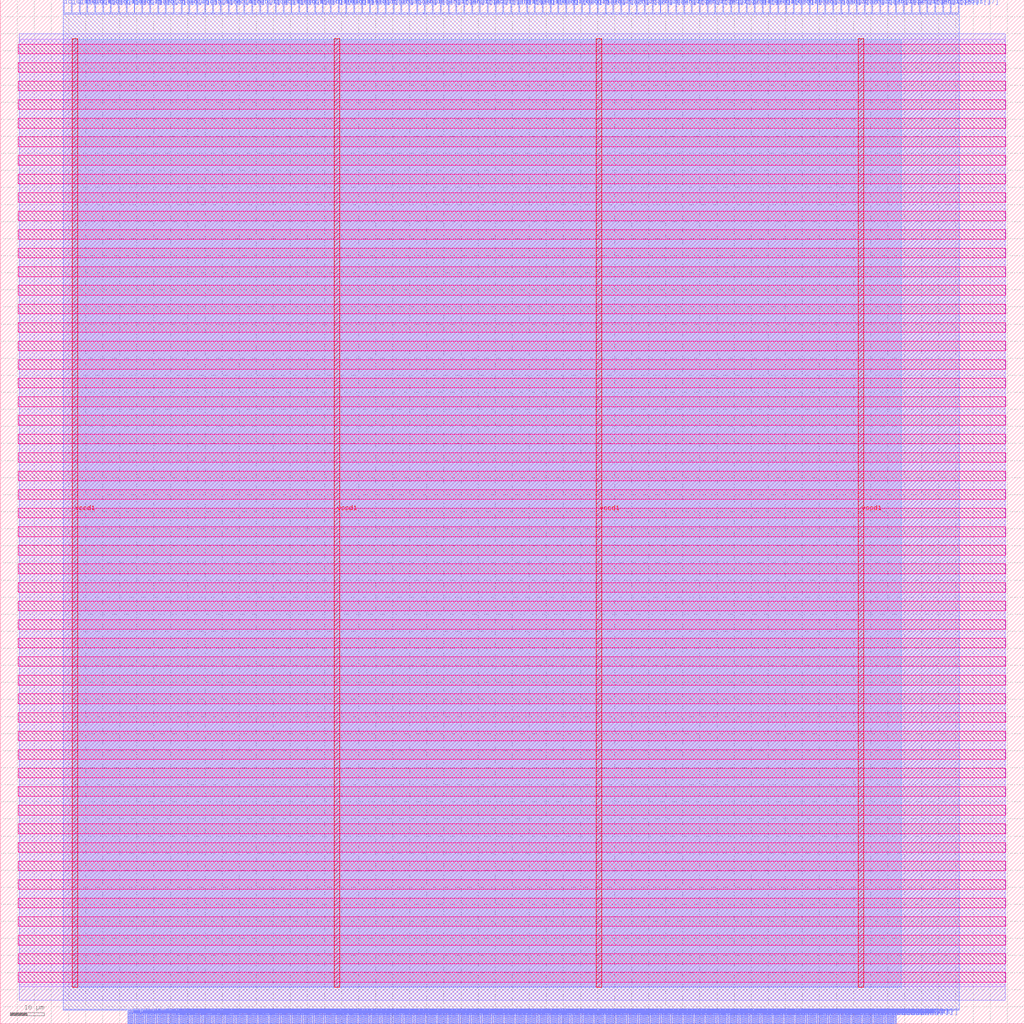
<source format=lef>
VERSION 5.7 ;
  NOWIREEXTENSIONATPIN ON ;
  DIVIDERCHAR "/" ;
  BUSBITCHARS "[]" ;
MACRO macro_15
  CLASS BLOCK ;
  FOREIGN macro_15 ;
  ORIGIN 0.000 0.000 ;
  SIZE 300.000 BY 300.000 ;
  PIN io_active
    DIRECTION INPUT ;
    USE SIGNAL ;
    PORT
      LAYER met2 ;
        RECT 18.490 296.000 18.770 300.000 ;
    END
  END io_active
  PIN io_in[0]
    DIRECTION INPUT ;
    USE SIGNAL ;
    PORT
      LAYER met2 ;
        RECT 20.790 296.000 21.070 300.000 ;
    END
  END io_in[0]
  PIN io_in[10]
    DIRECTION INPUT ;
    USE SIGNAL ;
    PORT
      LAYER met2 ;
        RECT 89.790 296.000 90.070 300.000 ;
    END
  END io_in[10]
  PIN io_in[11]
    DIRECTION INPUT ;
    USE SIGNAL ;
    PORT
      LAYER met2 ;
        RECT 96.690 296.000 96.970 300.000 ;
    END
  END io_in[11]
  PIN io_in[12]
    DIRECTION INPUT ;
    USE SIGNAL ;
    PORT
      LAYER met2 ;
        RECT 103.590 296.000 103.870 300.000 ;
    END
  END io_in[12]
  PIN io_in[13]
    DIRECTION INPUT ;
    USE SIGNAL ;
    PORT
      LAYER met2 ;
        RECT 110.490 296.000 110.770 300.000 ;
    END
  END io_in[13]
  PIN io_in[14]
    DIRECTION INPUT ;
    USE SIGNAL ;
    PORT
      LAYER met2 ;
        RECT 117.390 296.000 117.670 300.000 ;
    END
  END io_in[14]
  PIN io_in[15]
    DIRECTION INPUT ;
    USE SIGNAL ;
    PORT
      LAYER met2 ;
        RECT 124.290 296.000 124.570 300.000 ;
    END
  END io_in[15]
  PIN io_in[16]
    DIRECTION INPUT ;
    USE SIGNAL ;
    PORT
      LAYER met2 ;
        RECT 131.190 296.000 131.470 300.000 ;
    END
  END io_in[16]
  PIN io_in[17]
    DIRECTION INPUT ;
    USE SIGNAL ;
    PORT
      LAYER met2 ;
        RECT 138.090 296.000 138.370 300.000 ;
    END
  END io_in[17]
  PIN io_in[18]
    DIRECTION INPUT ;
    USE SIGNAL ;
    PORT
      LAYER met2 ;
        RECT 144.990 296.000 145.270 300.000 ;
    END
  END io_in[18]
  PIN io_in[19]
    DIRECTION INPUT ;
    USE SIGNAL ;
    PORT
      LAYER met2 ;
        RECT 151.890 296.000 152.170 300.000 ;
    END
  END io_in[19]
  PIN io_in[1]
    DIRECTION INPUT ;
    USE SIGNAL ;
    PORT
      LAYER met2 ;
        RECT 27.690 296.000 27.970 300.000 ;
    END
  END io_in[1]
  PIN io_in[20]
    DIRECTION INPUT ;
    USE SIGNAL ;
    PORT
      LAYER met2 ;
        RECT 158.790 296.000 159.070 300.000 ;
    END
  END io_in[20]
  PIN io_in[21]
    DIRECTION INPUT ;
    USE SIGNAL ;
    PORT
      LAYER met2 ;
        RECT 165.690 296.000 165.970 300.000 ;
    END
  END io_in[21]
  PIN io_in[22]
    DIRECTION INPUT ;
    USE SIGNAL ;
    PORT
      LAYER met2 ;
        RECT 172.590 296.000 172.870 300.000 ;
    END
  END io_in[22]
  PIN io_in[23]
    DIRECTION INPUT ;
    USE SIGNAL ;
    PORT
      LAYER met2 ;
        RECT 179.490 296.000 179.770 300.000 ;
    END
  END io_in[23]
  PIN io_in[24]
    DIRECTION INPUT ;
    USE SIGNAL ;
    PORT
      LAYER met2 ;
        RECT 186.390 296.000 186.670 300.000 ;
    END
  END io_in[24]
  PIN io_in[25]
    DIRECTION INPUT ;
    USE SIGNAL ;
    PORT
      LAYER met2 ;
        RECT 193.290 296.000 193.570 300.000 ;
    END
  END io_in[25]
  PIN io_in[26]
    DIRECTION INPUT ;
    USE SIGNAL ;
    PORT
      LAYER met2 ;
        RECT 200.190 296.000 200.470 300.000 ;
    END
  END io_in[26]
  PIN io_in[27]
    DIRECTION INPUT ;
    USE SIGNAL ;
    PORT
      LAYER met2 ;
        RECT 207.090 296.000 207.370 300.000 ;
    END
  END io_in[27]
  PIN io_in[28]
    DIRECTION INPUT ;
    USE SIGNAL ;
    PORT
      LAYER met2 ;
        RECT 213.990 296.000 214.270 300.000 ;
    END
  END io_in[28]
  PIN io_in[29]
    DIRECTION INPUT ;
    USE SIGNAL ;
    PORT
      LAYER met2 ;
        RECT 220.890 296.000 221.170 300.000 ;
    END
  END io_in[29]
  PIN io_in[2]
    DIRECTION INPUT ;
    USE SIGNAL ;
    PORT
      LAYER met2 ;
        RECT 34.590 296.000 34.870 300.000 ;
    END
  END io_in[2]
  PIN io_in[30]
    DIRECTION INPUT ;
    USE SIGNAL ;
    PORT
      LAYER met2 ;
        RECT 227.790 296.000 228.070 300.000 ;
    END
  END io_in[30]
  PIN io_in[31]
    DIRECTION INPUT ;
    USE SIGNAL ;
    PORT
      LAYER met2 ;
        RECT 234.690 296.000 234.970 300.000 ;
    END
  END io_in[31]
  PIN io_in[32]
    DIRECTION INPUT ;
    USE SIGNAL ;
    PORT
      LAYER met2 ;
        RECT 241.590 296.000 241.870 300.000 ;
    END
  END io_in[32]
  PIN io_in[33]
    DIRECTION INPUT ;
    USE SIGNAL ;
    PORT
      LAYER met2 ;
        RECT 248.490 296.000 248.770 300.000 ;
    END
  END io_in[33]
  PIN io_in[34]
    DIRECTION INPUT ;
    USE SIGNAL ;
    PORT
      LAYER met2 ;
        RECT 255.390 296.000 255.670 300.000 ;
    END
  END io_in[34]
  PIN io_in[35]
    DIRECTION INPUT ;
    USE SIGNAL ;
    PORT
      LAYER met2 ;
        RECT 262.290 296.000 262.570 300.000 ;
    END
  END io_in[35]
  PIN io_in[36]
    DIRECTION INPUT ;
    USE SIGNAL ;
    PORT
      LAYER met2 ;
        RECT 269.190 296.000 269.470 300.000 ;
    END
  END io_in[36]
  PIN io_in[37]
    DIRECTION INPUT ;
    USE SIGNAL ;
    PORT
      LAYER met2 ;
        RECT 276.090 296.000 276.370 300.000 ;
    END
  END io_in[37]
  PIN io_in[3]
    DIRECTION INPUT ;
    USE SIGNAL ;
    PORT
      LAYER met2 ;
        RECT 41.490 296.000 41.770 300.000 ;
    END
  END io_in[3]
  PIN io_in[4]
    DIRECTION INPUT ;
    USE SIGNAL ;
    PORT
      LAYER met2 ;
        RECT 48.390 296.000 48.670 300.000 ;
    END
  END io_in[4]
  PIN io_in[5]
    DIRECTION INPUT ;
    USE SIGNAL ;
    PORT
      LAYER met2 ;
        RECT 55.290 296.000 55.570 300.000 ;
    END
  END io_in[5]
  PIN io_in[6]
    DIRECTION INPUT ;
    USE SIGNAL ;
    PORT
      LAYER met2 ;
        RECT 62.190 296.000 62.470 300.000 ;
    END
  END io_in[6]
  PIN io_in[7]
    DIRECTION INPUT ;
    USE SIGNAL ;
    PORT
      LAYER met2 ;
        RECT 69.090 296.000 69.370 300.000 ;
    END
  END io_in[7]
  PIN io_in[8]
    DIRECTION INPUT ;
    USE SIGNAL ;
    PORT
      LAYER met2 ;
        RECT 75.990 296.000 76.270 300.000 ;
    END
  END io_in[8]
  PIN io_in[9]
    DIRECTION INPUT ;
    USE SIGNAL ;
    PORT
      LAYER met2 ;
        RECT 82.890 296.000 83.170 300.000 ;
    END
  END io_in[9]
  PIN io_oeb[0]
    DIRECTION OUTPUT TRISTATE ;
    USE SIGNAL ;
    PORT
      LAYER met2 ;
        RECT 23.090 296.000 23.370 300.000 ;
    END
  END io_oeb[0]
  PIN io_oeb[10]
    DIRECTION OUTPUT TRISTATE ;
    USE SIGNAL ;
    PORT
      LAYER met2 ;
        RECT 92.090 296.000 92.370 300.000 ;
    END
  END io_oeb[10]
  PIN io_oeb[11]
    DIRECTION OUTPUT TRISTATE ;
    USE SIGNAL ;
    PORT
      LAYER met2 ;
        RECT 98.990 296.000 99.270 300.000 ;
    END
  END io_oeb[11]
  PIN io_oeb[12]
    DIRECTION OUTPUT TRISTATE ;
    USE SIGNAL ;
    PORT
      LAYER met2 ;
        RECT 105.890 296.000 106.170 300.000 ;
    END
  END io_oeb[12]
  PIN io_oeb[13]
    DIRECTION OUTPUT TRISTATE ;
    USE SIGNAL ;
    PORT
      LAYER met2 ;
        RECT 112.790 296.000 113.070 300.000 ;
    END
  END io_oeb[13]
  PIN io_oeb[14]
    DIRECTION OUTPUT TRISTATE ;
    USE SIGNAL ;
    PORT
      LAYER met2 ;
        RECT 119.690 296.000 119.970 300.000 ;
    END
  END io_oeb[14]
  PIN io_oeb[15]
    DIRECTION OUTPUT TRISTATE ;
    USE SIGNAL ;
    PORT
      LAYER met2 ;
        RECT 126.590 296.000 126.870 300.000 ;
    END
  END io_oeb[15]
  PIN io_oeb[16]
    DIRECTION OUTPUT TRISTATE ;
    USE SIGNAL ;
    PORT
      LAYER met2 ;
        RECT 133.490 296.000 133.770 300.000 ;
    END
  END io_oeb[16]
  PIN io_oeb[17]
    DIRECTION OUTPUT TRISTATE ;
    USE SIGNAL ;
    PORT
      LAYER met2 ;
        RECT 140.390 296.000 140.670 300.000 ;
    END
  END io_oeb[17]
  PIN io_oeb[18]
    DIRECTION OUTPUT TRISTATE ;
    USE SIGNAL ;
    PORT
      LAYER met2 ;
        RECT 147.290 296.000 147.570 300.000 ;
    END
  END io_oeb[18]
  PIN io_oeb[19]
    DIRECTION OUTPUT TRISTATE ;
    USE SIGNAL ;
    PORT
      LAYER met2 ;
        RECT 154.190 296.000 154.470 300.000 ;
    END
  END io_oeb[19]
  PIN io_oeb[1]
    DIRECTION OUTPUT TRISTATE ;
    USE SIGNAL ;
    PORT
      LAYER met2 ;
        RECT 29.990 296.000 30.270 300.000 ;
    END
  END io_oeb[1]
  PIN io_oeb[20]
    DIRECTION OUTPUT TRISTATE ;
    USE SIGNAL ;
    PORT
      LAYER met2 ;
        RECT 161.090 296.000 161.370 300.000 ;
    END
  END io_oeb[20]
  PIN io_oeb[21]
    DIRECTION OUTPUT TRISTATE ;
    USE SIGNAL ;
    PORT
      LAYER met2 ;
        RECT 167.990 296.000 168.270 300.000 ;
    END
  END io_oeb[21]
  PIN io_oeb[22]
    DIRECTION OUTPUT TRISTATE ;
    USE SIGNAL ;
    PORT
      LAYER met2 ;
        RECT 174.890 296.000 175.170 300.000 ;
    END
  END io_oeb[22]
  PIN io_oeb[23]
    DIRECTION OUTPUT TRISTATE ;
    USE SIGNAL ;
    PORT
      LAYER met2 ;
        RECT 181.790 296.000 182.070 300.000 ;
    END
  END io_oeb[23]
  PIN io_oeb[24]
    DIRECTION OUTPUT TRISTATE ;
    USE SIGNAL ;
    PORT
      LAYER met2 ;
        RECT 188.690 296.000 188.970 300.000 ;
    END
  END io_oeb[24]
  PIN io_oeb[25]
    DIRECTION OUTPUT TRISTATE ;
    USE SIGNAL ;
    PORT
      LAYER met2 ;
        RECT 195.590 296.000 195.870 300.000 ;
    END
  END io_oeb[25]
  PIN io_oeb[26]
    DIRECTION OUTPUT TRISTATE ;
    USE SIGNAL ;
    PORT
      LAYER met2 ;
        RECT 202.490 296.000 202.770 300.000 ;
    END
  END io_oeb[26]
  PIN io_oeb[27]
    DIRECTION OUTPUT TRISTATE ;
    USE SIGNAL ;
    PORT
      LAYER met2 ;
        RECT 209.390 296.000 209.670 300.000 ;
    END
  END io_oeb[27]
  PIN io_oeb[28]
    DIRECTION OUTPUT TRISTATE ;
    USE SIGNAL ;
    PORT
      LAYER met2 ;
        RECT 216.290 296.000 216.570 300.000 ;
    END
  END io_oeb[28]
  PIN io_oeb[29]
    DIRECTION OUTPUT TRISTATE ;
    USE SIGNAL ;
    PORT
      LAYER met2 ;
        RECT 223.190 296.000 223.470 300.000 ;
    END
  END io_oeb[29]
  PIN io_oeb[2]
    DIRECTION OUTPUT TRISTATE ;
    USE SIGNAL ;
    PORT
      LAYER met2 ;
        RECT 36.890 296.000 37.170 300.000 ;
    END
  END io_oeb[2]
  PIN io_oeb[30]
    DIRECTION OUTPUT TRISTATE ;
    USE SIGNAL ;
    PORT
      LAYER met2 ;
        RECT 230.090 296.000 230.370 300.000 ;
    END
  END io_oeb[30]
  PIN io_oeb[31]
    DIRECTION OUTPUT TRISTATE ;
    USE SIGNAL ;
    PORT
      LAYER met2 ;
        RECT 236.990 296.000 237.270 300.000 ;
    END
  END io_oeb[31]
  PIN io_oeb[32]
    DIRECTION OUTPUT TRISTATE ;
    USE SIGNAL ;
    PORT
      LAYER met2 ;
        RECT 243.890 296.000 244.170 300.000 ;
    END
  END io_oeb[32]
  PIN io_oeb[33]
    DIRECTION OUTPUT TRISTATE ;
    USE SIGNAL ;
    PORT
      LAYER met2 ;
        RECT 250.790 296.000 251.070 300.000 ;
    END
  END io_oeb[33]
  PIN io_oeb[34]
    DIRECTION OUTPUT TRISTATE ;
    USE SIGNAL ;
    PORT
      LAYER met2 ;
        RECT 257.690 296.000 257.970 300.000 ;
    END
  END io_oeb[34]
  PIN io_oeb[35]
    DIRECTION OUTPUT TRISTATE ;
    USE SIGNAL ;
    PORT
      LAYER met2 ;
        RECT 264.590 296.000 264.870 300.000 ;
    END
  END io_oeb[35]
  PIN io_oeb[36]
    DIRECTION OUTPUT TRISTATE ;
    USE SIGNAL ;
    PORT
      LAYER met2 ;
        RECT 271.490 296.000 271.770 300.000 ;
    END
  END io_oeb[36]
  PIN io_oeb[37]
    DIRECTION OUTPUT TRISTATE ;
    USE SIGNAL ;
    PORT
      LAYER met2 ;
        RECT 278.390 296.000 278.670 300.000 ;
    END
  END io_oeb[37]
  PIN io_oeb[3]
    DIRECTION OUTPUT TRISTATE ;
    USE SIGNAL ;
    PORT
      LAYER met2 ;
        RECT 43.790 296.000 44.070 300.000 ;
    END
  END io_oeb[3]
  PIN io_oeb[4]
    DIRECTION OUTPUT TRISTATE ;
    USE SIGNAL ;
    PORT
      LAYER met2 ;
        RECT 50.690 296.000 50.970 300.000 ;
    END
  END io_oeb[4]
  PIN io_oeb[5]
    DIRECTION OUTPUT TRISTATE ;
    USE SIGNAL ;
    PORT
      LAYER met2 ;
        RECT 57.590 296.000 57.870 300.000 ;
    END
  END io_oeb[5]
  PIN io_oeb[6]
    DIRECTION OUTPUT TRISTATE ;
    USE SIGNAL ;
    PORT
      LAYER met2 ;
        RECT 64.490 296.000 64.770 300.000 ;
    END
  END io_oeb[6]
  PIN io_oeb[7]
    DIRECTION OUTPUT TRISTATE ;
    USE SIGNAL ;
    PORT
      LAYER met2 ;
        RECT 71.390 296.000 71.670 300.000 ;
    END
  END io_oeb[7]
  PIN io_oeb[8]
    DIRECTION OUTPUT TRISTATE ;
    USE SIGNAL ;
    PORT
      LAYER met2 ;
        RECT 78.290 296.000 78.570 300.000 ;
    END
  END io_oeb[8]
  PIN io_oeb[9]
    DIRECTION OUTPUT TRISTATE ;
    USE SIGNAL ;
    PORT
      LAYER met2 ;
        RECT 85.190 296.000 85.470 300.000 ;
    END
  END io_oeb[9]
  PIN io_out[0]
    DIRECTION OUTPUT TRISTATE ;
    USE SIGNAL ;
    PORT
      LAYER met2 ;
        RECT 25.390 296.000 25.670 300.000 ;
    END
  END io_out[0]
  PIN io_out[10]
    DIRECTION OUTPUT TRISTATE ;
    USE SIGNAL ;
    PORT
      LAYER met2 ;
        RECT 94.390 296.000 94.670 300.000 ;
    END
  END io_out[10]
  PIN io_out[11]
    DIRECTION OUTPUT TRISTATE ;
    USE SIGNAL ;
    PORT
      LAYER met2 ;
        RECT 101.290 296.000 101.570 300.000 ;
    END
  END io_out[11]
  PIN io_out[12]
    DIRECTION OUTPUT TRISTATE ;
    USE SIGNAL ;
    PORT
      LAYER met2 ;
        RECT 108.190 296.000 108.470 300.000 ;
    END
  END io_out[12]
  PIN io_out[13]
    DIRECTION OUTPUT TRISTATE ;
    USE SIGNAL ;
    PORT
      LAYER met2 ;
        RECT 115.090 296.000 115.370 300.000 ;
    END
  END io_out[13]
  PIN io_out[14]
    DIRECTION OUTPUT TRISTATE ;
    USE SIGNAL ;
    PORT
      LAYER met2 ;
        RECT 121.990 296.000 122.270 300.000 ;
    END
  END io_out[14]
  PIN io_out[15]
    DIRECTION OUTPUT TRISTATE ;
    USE SIGNAL ;
    PORT
      LAYER met2 ;
        RECT 128.890 296.000 129.170 300.000 ;
    END
  END io_out[15]
  PIN io_out[16]
    DIRECTION OUTPUT TRISTATE ;
    USE SIGNAL ;
    PORT
      LAYER met2 ;
        RECT 135.790 296.000 136.070 300.000 ;
    END
  END io_out[16]
  PIN io_out[17]
    DIRECTION OUTPUT TRISTATE ;
    USE SIGNAL ;
    PORT
      LAYER met2 ;
        RECT 142.690 296.000 142.970 300.000 ;
    END
  END io_out[17]
  PIN io_out[18]
    DIRECTION OUTPUT TRISTATE ;
    USE SIGNAL ;
    PORT
      LAYER met2 ;
        RECT 149.590 296.000 149.870 300.000 ;
    END
  END io_out[18]
  PIN io_out[19]
    DIRECTION OUTPUT TRISTATE ;
    USE SIGNAL ;
    PORT
      LAYER met2 ;
        RECT 156.490 296.000 156.770 300.000 ;
    END
  END io_out[19]
  PIN io_out[1]
    DIRECTION OUTPUT TRISTATE ;
    USE SIGNAL ;
    PORT
      LAYER met2 ;
        RECT 32.290 296.000 32.570 300.000 ;
    END
  END io_out[1]
  PIN io_out[20]
    DIRECTION OUTPUT TRISTATE ;
    USE SIGNAL ;
    PORT
      LAYER met2 ;
        RECT 163.390 296.000 163.670 300.000 ;
    END
  END io_out[20]
  PIN io_out[21]
    DIRECTION OUTPUT TRISTATE ;
    USE SIGNAL ;
    PORT
      LAYER met2 ;
        RECT 170.290 296.000 170.570 300.000 ;
    END
  END io_out[21]
  PIN io_out[22]
    DIRECTION OUTPUT TRISTATE ;
    USE SIGNAL ;
    PORT
      LAYER met2 ;
        RECT 177.190 296.000 177.470 300.000 ;
    END
  END io_out[22]
  PIN io_out[23]
    DIRECTION OUTPUT TRISTATE ;
    USE SIGNAL ;
    PORT
      LAYER met2 ;
        RECT 184.090 296.000 184.370 300.000 ;
    END
  END io_out[23]
  PIN io_out[24]
    DIRECTION OUTPUT TRISTATE ;
    USE SIGNAL ;
    PORT
      LAYER met2 ;
        RECT 190.990 296.000 191.270 300.000 ;
    END
  END io_out[24]
  PIN io_out[25]
    DIRECTION OUTPUT TRISTATE ;
    USE SIGNAL ;
    PORT
      LAYER met2 ;
        RECT 197.890 296.000 198.170 300.000 ;
    END
  END io_out[25]
  PIN io_out[26]
    DIRECTION OUTPUT TRISTATE ;
    USE SIGNAL ;
    PORT
      LAYER met2 ;
        RECT 204.790 296.000 205.070 300.000 ;
    END
  END io_out[26]
  PIN io_out[27]
    DIRECTION OUTPUT TRISTATE ;
    USE SIGNAL ;
    PORT
      LAYER met2 ;
        RECT 211.690 296.000 211.970 300.000 ;
    END
  END io_out[27]
  PIN io_out[28]
    DIRECTION OUTPUT TRISTATE ;
    USE SIGNAL ;
    PORT
      LAYER met2 ;
        RECT 218.590 296.000 218.870 300.000 ;
    END
  END io_out[28]
  PIN io_out[29]
    DIRECTION OUTPUT TRISTATE ;
    USE SIGNAL ;
    PORT
      LAYER met2 ;
        RECT 225.490 296.000 225.770 300.000 ;
    END
  END io_out[29]
  PIN io_out[2]
    DIRECTION OUTPUT TRISTATE ;
    USE SIGNAL ;
    PORT
      LAYER met2 ;
        RECT 39.190 296.000 39.470 300.000 ;
    END
  END io_out[2]
  PIN io_out[30]
    DIRECTION OUTPUT TRISTATE ;
    USE SIGNAL ;
    PORT
      LAYER met2 ;
        RECT 232.390 296.000 232.670 300.000 ;
    END
  END io_out[30]
  PIN io_out[31]
    DIRECTION OUTPUT TRISTATE ;
    USE SIGNAL ;
    PORT
      LAYER met2 ;
        RECT 239.290 296.000 239.570 300.000 ;
    END
  END io_out[31]
  PIN io_out[32]
    DIRECTION OUTPUT TRISTATE ;
    USE SIGNAL ;
    PORT
      LAYER met2 ;
        RECT 246.190 296.000 246.470 300.000 ;
    END
  END io_out[32]
  PIN io_out[33]
    DIRECTION OUTPUT TRISTATE ;
    USE SIGNAL ;
    PORT
      LAYER met2 ;
        RECT 253.090 296.000 253.370 300.000 ;
    END
  END io_out[33]
  PIN io_out[34]
    DIRECTION OUTPUT TRISTATE ;
    USE SIGNAL ;
    PORT
      LAYER met2 ;
        RECT 259.990 296.000 260.270 300.000 ;
    END
  END io_out[34]
  PIN io_out[35]
    DIRECTION OUTPUT TRISTATE ;
    USE SIGNAL ;
    PORT
      LAYER met2 ;
        RECT 266.890 296.000 267.170 300.000 ;
    END
  END io_out[35]
  PIN io_out[36]
    DIRECTION OUTPUT TRISTATE ;
    USE SIGNAL ;
    PORT
      LAYER met2 ;
        RECT 273.790 296.000 274.070 300.000 ;
    END
  END io_out[36]
  PIN io_out[37]
    DIRECTION OUTPUT TRISTATE ;
    USE SIGNAL ;
    PORT
      LAYER met2 ;
        RECT 280.690 296.000 280.970 300.000 ;
    END
  END io_out[37]
  PIN io_out[3]
    DIRECTION OUTPUT TRISTATE ;
    USE SIGNAL ;
    PORT
      LAYER met2 ;
        RECT 46.090 296.000 46.370 300.000 ;
    END
  END io_out[3]
  PIN io_out[4]
    DIRECTION OUTPUT TRISTATE ;
    USE SIGNAL ;
    PORT
      LAYER met2 ;
        RECT 52.990 296.000 53.270 300.000 ;
    END
  END io_out[4]
  PIN io_out[5]
    DIRECTION OUTPUT TRISTATE ;
    USE SIGNAL ;
    PORT
      LAYER met2 ;
        RECT 59.890 296.000 60.170 300.000 ;
    END
  END io_out[5]
  PIN io_out[6]
    DIRECTION OUTPUT TRISTATE ;
    USE SIGNAL ;
    PORT
      LAYER met2 ;
        RECT 66.790 296.000 67.070 300.000 ;
    END
  END io_out[6]
  PIN io_out[7]
    DIRECTION OUTPUT TRISTATE ;
    USE SIGNAL ;
    PORT
      LAYER met2 ;
        RECT 73.690 296.000 73.970 300.000 ;
    END
  END io_out[7]
  PIN io_out[8]
    DIRECTION OUTPUT TRISTATE ;
    USE SIGNAL ;
    PORT
      LAYER met2 ;
        RECT 80.590 296.000 80.870 300.000 ;
    END
  END io_out[8]
  PIN io_out[9]
    DIRECTION OUTPUT TRISTATE ;
    USE SIGNAL ;
    PORT
      LAYER met2 ;
        RECT 87.490 296.000 87.770 300.000 ;
    END
  END io_out[9]
  PIN la_data_in[0]
    DIRECTION INPUT ;
    USE SIGNAL ;
    PORT
      LAYER met2 ;
        RECT 86.110 0.000 86.390 4.000 ;
    END
  END la_data_in[0]
  PIN la_data_in[100]
    DIRECTION INPUT ;
    USE SIGNAL ;
    PORT
      LAYER met2 ;
        RECT 224.110 0.000 224.390 4.000 ;
    END
  END la_data_in[100]
  PIN la_data_in[101]
    DIRECTION INPUT ;
    USE SIGNAL ;
    PORT
      LAYER met2 ;
        RECT 225.490 0.000 225.770 4.000 ;
    END
  END la_data_in[101]
  PIN la_data_in[102]
    DIRECTION INPUT ;
    USE SIGNAL ;
    PORT
      LAYER met2 ;
        RECT 226.870 0.000 227.150 4.000 ;
    END
  END la_data_in[102]
  PIN la_data_in[103]
    DIRECTION INPUT ;
    USE SIGNAL ;
    PORT
      LAYER met2 ;
        RECT 228.250 0.000 228.530 4.000 ;
    END
  END la_data_in[103]
  PIN la_data_in[104]
    DIRECTION INPUT ;
    USE SIGNAL ;
    PORT
      LAYER met2 ;
        RECT 229.630 0.000 229.910 4.000 ;
    END
  END la_data_in[104]
  PIN la_data_in[105]
    DIRECTION INPUT ;
    USE SIGNAL ;
    PORT
      LAYER met2 ;
        RECT 231.010 0.000 231.290 4.000 ;
    END
  END la_data_in[105]
  PIN la_data_in[106]
    DIRECTION INPUT ;
    USE SIGNAL ;
    PORT
      LAYER met2 ;
        RECT 232.390 0.000 232.670 4.000 ;
    END
  END la_data_in[106]
  PIN la_data_in[107]
    DIRECTION INPUT ;
    USE SIGNAL ;
    PORT
      LAYER met2 ;
        RECT 233.770 0.000 234.050 4.000 ;
    END
  END la_data_in[107]
  PIN la_data_in[108]
    DIRECTION INPUT ;
    USE SIGNAL ;
    PORT
      LAYER met2 ;
        RECT 235.150 0.000 235.430 4.000 ;
    END
  END la_data_in[108]
  PIN la_data_in[109]
    DIRECTION INPUT ;
    USE SIGNAL ;
    PORT
      LAYER met2 ;
        RECT 236.530 0.000 236.810 4.000 ;
    END
  END la_data_in[109]
  PIN la_data_in[10]
    DIRECTION INPUT ;
    USE SIGNAL ;
    PORT
      LAYER met2 ;
        RECT 99.910 0.000 100.190 4.000 ;
    END
  END la_data_in[10]
  PIN la_data_in[110]
    DIRECTION INPUT ;
    USE SIGNAL ;
    PORT
      LAYER met2 ;
        RECT 237.910 0.000 238.190 4.000 ;
    END
  END la_data_in[110]
  PIN la_data_in[111]
    DIRECTION INPUT ;
    USE SIGNAL ;
    PORT
      LAYER met2 ;
        RECT 239.290 0.000 239.570 4.000 ;
    END
  END la_data_in[111]
  PIN la_data_in[112]
    DIRECTION INPUT ;
    USE SIGNAL ;
    PORT
      LAYER met2 ;
        RECT 240.670 0.000 240.950 4.000 ;
    END
  END la_data_in[112]
  PIN la_data_in[113]
    DIRECTION INPUT ;
    USE SIGNAL ;
    PORT
      LAYER met2 ;
        RECT 242.050 0.000 242.330 4.000 ;
    END
  END la_data_in[113]
  PIN la_data_in[114]
    DIRECTION INPUT ;
    USE SIGNAL ;
    PORT
      LAYER met2 ;
        RECT 243.430 0.000 243.710 4.000 ;
    END
  END la_data_in[114]
  PIN la_data_in[115]
    DIRECTION INPUT ;
    USE SIGNAL ;
    PORT
      LAYER met2 ;
        RECT 244.810 0.000 245.090 4.000 ;
    END
  END la_data_in[115]
  PIN la_data_in[116]
    DIRECTION INPUT ;
    USE SIGNAL ;
    PORT
      LAYER met2 ;
        RECT 246.190 0.000 246.470 4.000 ;
    END
  END la_data_in[116]
  PIN la_data_in[117]
    DIRECTION INPUT ;
    USE SIGNAL ;
    PORT
      LAYER met2 ;
        RECT 247.570 0.000 247.850 4.000 ;
    END
  END la_data_in[117]
  PIN la_data_in[118]
    DIRECTION INPUT ;
    USE SIGNAL ;
    PORT
      LAYER met2 ;
        RECT 248.950 0.000 249.230 4.000 ;
    END
  END la_data_in[118]
  PIN la_data_in[119]
    DIRECTION INPUT ;
    USE SIGNAL ;
    PORT
      LAYER met2 ;
        RECT 250.330 0.000 250.610 4.000 ;
    END
  END la_data_in[119]
  PIN la_data_in[11]
    DIRECTION INPUT ;
    USE SIGNAL ;
    PORT
      LAYER met2 ;
        RECT 101.290 0.000 101.570 4.000 ;
    END
  END la_data_in[11]
  PIN la_data_in[120]
    DIRECTION INPUT ;
    USE SIGNAL ;
    PORT
      LAYER met2 ;
        RECT 251.710 0.000 251.990 4.000 ;
    END
  END la_data_in[120]
  PIN la_data_in[121]
    DIRECTION INPUT ;
    USE SIGNAL ;
    PORT
      LAYER met2 ;
        RECT 253.090 0.000 253.370 4.000 ;
    END
  END la_data_in[121]
  PIN la_data_in[122]
    DIRECTION INPUT ;
    USE SIGNAL ;
    PORT
      LAYER met2 ;
        RECT 254.470 0.000 254.750 4.000 ;
    END
  END la_data_in[122]
  PIN la_data_in[123]
    DIRECTION INPUT ;
    USE SIGNAL ;
    PORT
      LAYER met2 ;
        RECT 255.850 0.000 256.130 4.000 ;
    END
  END la_data_in[123]
  PIN la_data_in[124]
    DIRECTION INPUT ;
    USE SIGNAL ;
    PORT
      LAYER met2 ;
        RECT 257.230 0.000 257.510 4.000 ;
    END
  END la_data_in[124]
  PIN la_data_in[125]
    DIRECTION INPUT ;
    USE SIGNAL ;
    PORT
      LAYER met2 ;
        RECT 258.610 0.000 258.890 4.000 ;
    END
  END la_data_in[125]
  PIN la_data_in[126]
    DIRECTION INPUT ;
    USE SIGNAL ;
    PORT
      LAYER met2 ;
        RECT 259.990 0.000 260.270 4.000 ;
    END
  END la_data_in[126]
  PIN la_data_in[127]
    DIRECTION INPUT ;
    USE SIGNAL ;
    PORT
      LAYER met2 ;
        RECT 261.370 0.000 261.650 4.000 ;
    END
  END la_data_in[127]
  PIN la_data_in[12]
    DIRECTION INPUT ;
    USE SIGNAL ;
    PORT
      LAYER met2 ;
        RECT 102.670 0.000 102.950 4.000 ;
    END
  END la_data_in[12]
  PIN la_data_in[13]
    DIRECTION INPUT ;
    USE SIGNAL ;
    PORT
      LAYER met2 ;
        RECT 104.050 0.000 104.330 4.000 ;
    END
  END la_data_in[13]
  PIN la_data_in[14]
    DIRECTION INPUT ;
    USE SIGNAL ;
    PORT
      LAYER met2 ;
        RECT 105.430 0.000 105.710 4.000 ;
    END
  END la_data_in[14]
  PIN la_data_in[15]
    DIRECTION INPUT ;
    USE SIGNAL ;
    PORT
      LAYER met2 ;
        RECT 106.810 0.000 107.090 4.000 ;
    END
  END la_data_in[15]
  PIN la_data_in[16]
    DIRECTION INPUT ;
    USE SIGNAL ;
    PORT
      LAYER met2 ;
        RECT 108.190 0.000 108.470 4.000 ;
    END
  END la_data_in[16]
  PIN la_data_in[17]
    DIRECTION INPUT ;
    USE SIGNAL ;
    PORT
      LAYER met2 ;
        RECT 109.570 0.000 109.850 4.000 ;
    END
  END la_data_in[17]
  PIN la_data_in[18]
    DIRECTION INPUT ;
    USE SIGNAL ;
    PORT
      LAYER met2 ;
        RECT 110.950 0.000 111.230 4.000 ;
    END
  END la_data_in[18]
  PIN la_data_in[19]
    DIRECTION INPUT ;
    USE SIGNAL ;
    PORT
      LAYER met2 ;
        RECT 112.330 0.000 112.610 4.000 ;
    END
  END la_data_in[19]
  PIN la_data_in[1]
    DIRECTION INPUT ;
    USE SIGNAL ;
    PORT
      LAYER met2 ;
        RECT 87.490 0.000 87.770 4.000 ;
    END
  END la_data_in[1]
  PIN la_data_in[20]
    DIRECTION INPUT ;
    USE SIGNAL ;
    PORT
      LAYER met2 ;
        RECT 113.710 0.000 113.990 4.000 ;
    END
  END la_data_in[20]
  PIN la_data_in[21]
    DIRECTION INPUT ;
    USE SIGNAL ;
    PORT
      LAYER met2 ;
        RECT 115.090 0.000 115.370 4.000 ;
    END
  END la_data_in[21]
  PIN la_data_in[22]
    DIRECTION INPUT ;
    USE SIGNAL ;
    PORT
      LAYER met2 ;
        RECT 116.470 0.000 116.750 4.000 ;
    END
  END la_data_in[22]
  PIN la_data_in[23]
    DIRECTION INPUT ;
    USE SIGNAL ;
    PORT
      LAYER met2 ;
        RECT 117.850 0.000 118.130 4.000 ;
    END
  END la_data_in[23]
  PIN la_data_in[24]
    DIRECTION INPUT ;
    USE SIGNAL ;
    PORT
      LAYER met2 ;
        RECT 119.230 0.000 119.510 4.000 ;
    END
  END la_data_in[24]
  PIN la_data_in[25]
    DIRECTION INPUT ;
    USE SIGNAL ;
    PORT
      LAYER met2 ;
        RECT 120.610 0.000 120.890 4.000 ;
    END
  END la_data_in[25]
  PIN la_data_in[26]
    DIRECTION INPUT ;
    USE SIGNAL ;
    PORT
      LAYER met2 ;
        RECT 121.990 0.000 122.270 4.000 ;
    END
  END la_data_in[26]
  PIN la_data_in[27]
    DIRECTION INPUT ;
    USE SIGNAL ;
    PORT
      LAYER met2 ;
        RECT 123.370 0.000 123.650 4.000 ;
    END
  END la_data_in[27]
  PIN la_data_in[28]
    DIRECTION INPUT ;
    USE SIGNAL ;
    PORT
      LAYER met2 ;
        RECT 124.750 0.000 125.030 4.000 ;
    END
  END la_data_in[28]
  PIN la_data_in[29]
    DIRECTION INPUT ;
    USE SIGNAL ;
    PORT
      LAYER met2 ;
        RECT 126.130 0.000 126.410 4.000 ;
    END
  END la_data_in[29]
  PIN la_data_in[2]
    DIRECTION INPUT ;
    USE SIGNAL ;
    PORT
      LAYER met2 ;
        RECT 88.870 0.000 89.150 4.000 ;
    END
  END la_data_in[2]
  PIN la_data_in[30]
    DIRECTION INPUT ;
    USE SIGNAL ;
    PORT
      LAYER met2 ;
        RECT 127.510 0.000 127.790 4.000 ;
    END
  END la_data_in[30]
  PIN la_data_in[31]
    DIRECTION INPUT ;
    USE SIGNAL ;
    PORT
      LAYER met2 ;
        RECT 128.890 0.000 129.170 4.000 ;
    END
  END la_data_in[31]
  PIN la_data_in[32]
    DIRECTION INPUT ;
    USE SIGNAL ;
    PORT
      LAYER met2 ;
        RECT 130.270 0.000 130.550 4.000 ;
    END
  END la_data_in[32]
  PIN la_data_in[33]
    DIRECTION INPUT ;
    USE SIGNAL ;
    PORT
      LAYER met2 ;
        RECT 131.650 0.000 131.930 4.000 ;
    END
  END la_data_in[33]
  PIN la_data_in[34]
    DIRECTION INPUT ;
    USE SIGNAL ;
    PORT
      LAYER met2 ;
        RECT 133.030 0.000 133.310 4.000 ;
    END
  END la_data_in[34]
  PIN la_data_in[35]
    DIRECTION INPUT ;
    USE SIGNAL ;
    PORT
      LAYER met2 ;
        RECT 134.410 0.000 134.690 4.000 ;
    END
  END la_data_in[35]
  PIN la_data_in[36]
    DIRECTION INPUT ;
    USE SIGNAL ;
    PORT
      LAYER met2 ;
        RECT 135.790 0.000 136.070 4.000 ;
    END
  END la_data_in[36]
  PIN la_data_in[37]
    DIRECTION INPUT ;
    USE SIGNAL ;
    PORT
      LAYER met2 ;
        RECT 137.170 0.000 137.450 4.000 ;
    END
  END la_data_in[37]
  PIN la_data_in[38]
    DIRECTION INPUT ;
    USE SIGNAL ;
    PORT
      LAYER met2 ;
        RECT 138.550 0.000 138.830 4.000 ;
    END
  END la_data_in[38]
  PIN la_data_in[39]
    DIRECTION INPUT ;
    USE SIGNAL ;
    PORT
      LAYER met2 ;
        RECT 139.930 0.000 140.210 4.000 ;
    END
  END la_data_in[39]
  PIN la_data_in[3]
    DIRECTION INPUT ;
    USE SIGNAL ;
    PORT
      LAYER met2 ;
        RECT 90.250 0.000 90.530 4.000 ;
    END
  END la_data_in[3]
  PIN la_data_in[40]
    DIRECTION INPUT ;
    USE SIGNAL ;
    PORT
      LAYER met2 ;
        RECT 141.310 0.000 141.590 4.000 ;
    END
  END la_data_in[40]
  PIN la_data_in[41]
    DIRECTION INPUT ;
    USE SIGNAL ;
    PORT
      LAYER met2 ;
        RECT 142.690 0.000 142.970 4.000 ;
    END
  END la_data_in[41]
  PIN la_data_in[42]
    DIRECTION INPUT ;
    USE SIGNAL ;
    PORT
      LAYER met2 ;
        RECT 144.070 0.000 144.350 4.000 ;
    END
  END la_data_in[42]
  PIN la_data_in[43]
    DIRECTION INPUT ;
    USE SIGNAL ;
    PORT
      LAYER met2 ;
        RECT 145.450 0.000 145.730 4.000 ;
    END
  END la_data_in[43]
  PIN la_data_in[44]
    DIRECTION INPUT ;
    USE SIGNAL ;
    PORT
      LAYER met2 ;
        RECT 146.830 0.000 147.110 4.000 ;
    END
  END la_data_in[44]
  PIN la_data_in[45]
    DIRECTION INPUT ;
    USE SIGNAL ;
    PORT
      LAYER met2 ;
        RECT 148.210 0.000 148.490 4.000 ;
    END
  END la_data_in[45]
  PIN la_data_in[46]
    DIRECTION INPUT ;
    USE SIGNAL ;
    PORT
      LAYER met2 ;
        RECT 149.590 0.000 149.870 4.000 ;
    END
  END la_data_in[46]
  PIN la_data_in[47]
    DIRECTION INPUT ;
    USE SIGNAL ;
    PORT
      LAYER met2 ;
        RECT 150.970 0.000 151.250 4.000 ;
    END
  END la_data_in[47]
  PIN la_data_in[48]
    DIRECTION INPUT ;
    USE SIGNAL ;
    PORT
      LAYER met2 ;
        RECT 152.350 0.000 152.630 4.000 ;
    END
  END la_data_in[48]
  PIN la_data_in[49]
    DIRECTION INPUT ;
    USE SIGNAL ;
    PORT
      LAYER met2 ;
        RECT 153.730 0.000 154.010 4.000 ;
    END
  END la_data_in[49]
  PIN la_data_in[4]
    DIRECTION INPUT ;
    USE SIGNAL ;
    PORT
      LAYER met2 ;
        RECT 91.630 0.000 91.910 4.000 ;
    END
  END la_data_in[4]
  PIN la_data_in[50]
    DIRECTION INPUT ;
    USE SIGNAL ;
    PORT
      LAYER met2 ;
        RECT 155.110 0.000 155.390 4.000 ;
    END
  END la_data_in[50]
  PIN la_data_in[51]
    DIRECTION INPUT ;
    USE SIGNAL ;
    PORT
      LAYER met2 ;
        RECT 156.490 0.000 156.770 4.000 ;
    END
  END la_data_in[51]
  PIN la_data_in[52]
    DIRECTION INPUT ;
    USE SIGNAL ;
    PORT
      LAYER met2 ;
        RECT 157.870 0.000 158.150 4.000 ;
    END
  END la_data_in[52]
  PIN la_data_in[53]
    DIRECTION INPUT ;
    USE SIGNAL ;
    PORT
      LAYER met2 ;
        RECT 159.250 0.000 159.530 4.000 ;
    END
  END la_data_in[53]
  PIN la_data_in[54]
    DIRECTION INPUT ;
    USE SIGNAL ;
    PORT
      LAYER met2 ;
        RECT 160.630 0.000 160.910 4.000 ;
    END
  END la_data_in[54]
  PIN la_data_in[55]
    DIRECTION INPUT ;
    USE SIGNAL ;
    PORT
      LAYER met2 ;
        RECT 162.010 0.000 162.290 4.000 ;
    END
  END la_data_in[55]
  PIN la_data_in[56]
    DIRECTION INPUT ;
    USE SIGNAL ;
    PORT
      LAYER met2 ;
        RECT 163.390 0.000 163.670 4.000 ;
    END
  END la_data_in[56]
  PIN la_data_in[57]
    DIRECTION INPUT ;
    USE SIGNAL ;
    PORT
      LAYER met2 ;
        RECT 164.770 0.000 165.050 4.000 ;
    END
  END la_data_in[57]
  PIN la_data_in[58]
    DIRECTION INPUT ;
    USE SIGNAL ;
    PORT
      LAYER met2 ;
        RECT 166.150 0.000 166.430 4.000 ;
    END
  END la_data_in[58]
  PIN la_data_in[59]
    DIRECTION INPUT ;
    USE SIGNAL ;
    PORT
      LAYER met2 ;
        RECT 167.530 0.000 167.810 4.000 ;
    END
  END la_data_in[59]
  PIN la_data_in[5]
    DIRECTION INPUT ;
    USE SIGNAL ;
    PORT
      LAYER met2 ;
        RECT 93.010 0.000 93.290 4.000 ;
    END
  END la_data_in[5]
  PIN la_data_in[60]
    DIRECTION INPUT ;
    USE SIGNAL ;
    PORT
      LAYER met2 ;
        RECT 168.910 0.000 169.190 4.000 ;
    END
  END la_data_in[60]
  PIN la_data_in[61]
    DIRECTION INPUT ;
    USE SIGNAL ;
    PORT
      LAYER met2 ;
        RECT 170.290 0.000 170.570 4.000 ;
    END
  END la_data_in[61]
  PIN la_data_in[62]
    DIRECTION INPUT ;
    USE SIGNAL ;
    PORT
      LAYER met2 ;
        RECT 171.670 0.000 171.950 4.000 ;
    END
  END la_data_in[62]
  PIN la_data_in[63]
    DIRECTION INPUT ;
    USE SIGNAL ;
    PORT
      LAYER met2 ;
        RECT 173.050 0.000 173.330 4.000 ;
    END
  END la_data_in[63]
  PIN la_data_in[64]
    DIRECTION INPUT ;
    USE SIGNAL ;
    PORT
      LAYER met2 ;
        RECT 174.430 0.000 174.710 4.000 ;
    END
  END la_data_in[64]
  PIN la_data_in[65]
    DIRECTION INPUT ;
    USE SIGNAL ;
    PORT
      LAYER met2 ;
        RECT 175.810 0.000 176.090 4.000 ;
    END
  END la_data_in[65]
  PIN la_data_in[66]
    DIRECTION INPUT ;
    USE SIGNAL ;
    PORT
      LAYER met2 ;
        RECT 177.190 0.000 177.470 4.000 ;
    END
  END la_data_in[66]
  PIN la_data_in[67]
    DIRECTION INPUT ;
    USE SIGNAL ;
    PORT
      LAYER met2 ;
        RECT 178.570 0.000 178.850 4.000 ;
    END
  END la_data_in[67]
  PIN la_data_in[68]
    DIRECTION INPUT ;
    USE SIGNAL ;
    PORT
      LAYER met2 ;
        RECT 179.950 0.000 180.230 4.000 ;
    END
  END la_data_in[68]
  PIN la_data_in[69]
    DIRECTION INPUT ;
    USE SIGNAL ;
    PORT
      LAYER met2 ;
        RECT 181.330 0.000 181.610 4.000 ;
    END
  END la_data_in[69]
  PIN la_data_in[6]
    DIRECTION INPUT ;
    USE SIGNAL ;
    PORT
      LAYER met2 ;
        RECT 94.390 0.000 94.670 4.000 ;
    END
  END la_data_in[6]
  PIN la_data_in[70]
    DIRECTION INPUT ;
    USE SIGNAL ;
    PORT
      LAYER met2 ;
        RECT 182.710 0.000 182.990 4.000 ;
    END
  END la_data_in[70]
  PIN la_data_in[71]
    DIRECTION INPUT ;
    USE SIGNAL ;
    PORT
      LAYER met2 ;
        RECT 184.090 0.000 184.370 4.000 ;
    END
  END la_data_in[71]
  PIN la_data_in[72]
    DIRECTION INPUT ;
    USE SIGNAL ;
    PORT
      LAYER met2 ;
        RECT 185.470 0.000 185.750 4.000 ;
    END
  END la_data_in[72]
  PIN la_data_in[73]
    DIRECTION INPUT ;
    USE SIGNAL ;
    PORT
      LAYER met2 ;
        RECT 186.850 0.000 187.130 4.000 ;
    END
  END la_data_in[73]
  PIN la_data_in[74]
    DIRECTION INPUT ;
    USE SIGNAL ;
    PORT
      LAYER met2 ;
        RECT 188.230 0.000 188.510 4.000 ;
    END
  END la_data_in[74]
  PIN la_data_in[75]
    DIRECTION INPUT ;
    USE SIGNAL ;
    PORT
      LAYER met2 ;
        RECT 189.610 0.000 189.890 4.000 ;
    END
  END la_data_in[75]
  PIN la_data_in[76]
    DIRECTION INPUT ;
    USE SIGNAL ;
    PORT
      LAYER met2 ;
        RECT 190.990 0.000 191.270 4.000 ;
    END
  END la_data_in[76]
  PIN la_data_in[77]
    DIRECTION INPUT ;
    USE SIGNAL ;
    PORT
      LAYER met2 ;
        RECT 192.370 0.000 192.650 4.000 ;
    END
  END la_data_in[77]
  PIN la_data_in[78]
    DIRECTION INPUT ;
    USE SIGNAL ;
    PORT
      LAYER met2 ;
        RECT 193.750 0.000 194.030 4.000 ;
    END
  END la_data_in[78]
  PIN la_data_in[79]
    DIRECTION INPUT ;
    USE SIGNAL ;
    PORT
      LAYER met2 ;
        RECT 195.130 0.000 195.410 4.000 ;
    END
  END la_data_in[79]
  PIN la_data_in[7]
    DIRECTION INPUT ;
    USE SIGNAL ;
    PORT
      LAYER met2 ;
        RECT 95.770 0.000 96.050 4.000 ;
    END
  END la_data_in[7]
  PIN la_data_in[80]
    DIRECTION INPUT ;
    USE SIGNAL ;
    PORT
      LAYER met2 ;
        RECT 196.510 0.000 196.790 4.000 ;
    END
  END la_data_in[80]
  PIN la_data_in[81]
    DIRECTION INPUT ;
    USE SIGNAL ;
    PORT
      LAYER met2 ;
        RECT 197.890 0.000 198.170 4.000 ;
    END
  END la_data_in[81]
  PIN la_data_in[82]
    DIRECTION INPUT ;
    USE SIGNAL ;
    PORT
      LAYER met2 ;
        RECT 199.270 0.000 199.550 4.000 ;
    END
  END la_data_in[82]
  PIN la_data_in[83]
    DIRECTION INPUT ;
    USE SIGNAL ;
    PORT
      LAYER met2 ;
        RECT 200.650 0.000 200.930 4.000 ;
    END
  END la_data_in[83]
  PIN la_data_in[84]
    DIRECTION INPUT ;
    USE SIGNAL ;
    PORT
      LAYER met2 ;
        RECT 202.030 0.000 202.310 4.000 ;
    END
  END la_data_in[84]
  PIN la_data_in[85]
    DIRECTION INPUT ;
    USE SIGNAL ;
    PORT
      LAYER met2 ;
        RECT 203.410 0.000 203.690 4.000 ;
    END
  END la_data_in[85]
  PIN la_data_in[86]
    DIRECTION INPUT ;
    USE SIGNAL ;
    PORT
      LAYER met2 ;
        RECT 204.790 0.000 205.070 4.000 ;
    END
  END la_data_in[86]
  PIN la_data_in[87]
    DIRECTION INPUT ;
    USE SIGNAL ;
    PORT
      LAYER met2 ;
        RECT 206.170 0.000 206.450 4.000 ;
    END
  END la_data_in[87]
  PIN la_data_in[88]
    DIRECTION INPUT ;
    USE SIGNAL ;
    PORT
      LAYER met2 ;
        RECT 207.550 0.000 207.830 4.000 ;
    END
  END la_data_in[88]
  PIN la_data_in[89]
    DIRECTION INPUT ;
    USE SIGNAL ;
    PORT
      LAYER met2 ;
        RECT 208.930 0.000 209.210 4.000 ;
    END
  END la_data_in[89]
  PIN la_data_in[8]
    DIRECTION INPUT ;
    USE SIGNAL ;
    PORT
      LAYER met2 ;
        RECT 97.150 0.000 97.430 4.000 ;
    END
  END la_data_in[8]
  PIN la_data_in[90]
    DIRECTION INPUT ;
    USE SIGNAL ;
    PORT
      LAYER met2 ;
        RECT 210.310 0.000 210.590 4.000 ;
    END
  END la_data_in[90]
  PIN la_data_in[91]
    DIRECTION INPUT ;
    USE SIGNAL ;
    PORT
      LAYER met2 ;
        RECT 211.690 0.000 211.970 4.000 ;
    END
  END la_data_in[91]
  PIN la_data_in[92]
    DIRECTION INPUT ;
    USE SIGNAL ;
    PORT
      LAYER met2 ;
        RECT 213.070 0.000 213.350 4.000 ;
    END
  END la_data_in[92]
  PIN la_data_in[93]
    DIRECTION INPUT ;
    USE SIGNAL ;
    PORT
      LAYER met2 ;
        RECT 214.450 0.000 214.730 4.000 ;
    END
  END la_data_in[93]
  PIN la_data_in[94]
    DIRECTION INPUT ;
    USE SIGNAL ;
    PORT
      LAYER met2 ;
        RECT 215.830 0.000 216.110 4.000 ;
    END
  END la_data_in[94]
  PIN la_data_in[95]
    DIRECTION INPUT ;
    USE SIGNAL ;
    PORT
      LAYER met2 ;
        RECT 217.210 0.000 217.490 4.000 ;
    END
  END la_data_in[95]
  PIN la_data_in[96]
    DIRECTION INPUT ;
    USE SIGNAL ;
    PORT
      LAYER met2 ;
        RECT 218.590 0.000 218.870 4.000 ;
    END
  END la_data_in[96]
  PIN la_data_in[97]
    DIRECTION INPUT ;
    USE SIGNAL ;
    PORT
      LAYER met2 ;
        RECT 219.970 0.000 220.250 4.000 ;
    END
  END la_data_in[97]
  PIN la_data_in[98]
    DIRECTION INPUT ;
    USE SIGNAL ;
    PORT
      LAYER met2 ;
        RECT 221.350 0.000 221.630 4.000 ;
    END
  END la_data_in[98]
  PIN la_data_in[99]
    DIRECTION INPUT ;
    USE SIGNAL ;
    PORT
      LAYER met2 ;
        RECT 222.730 0.000 223.010 4.000 ;
    END
  END la_data_in[99]
  PIN la_data_in[9]
    DIRECTION INPUT ;
    USE SIGNAL ;
    PORT
      LAYER met2 ;
        RECT 98.530 0.000 98.810 4.000 ;
    END
  END la_data_in[9]
  PIN la_data_out[0]
    DIRECTION OUTPUT TRISTATE ;
    USE SIGNAL ;
    PORT
      LAYER met2 ;
        RECT 86.570 0.000 86.850 4.000 ;
    END
  END la_data_out[0]
  PIN la_data_out[100]
    DIRECTION OUTPUT TRISTATE ;
    USE SIGNAL ;
    PORT
      LAYER met2 ;
        RECT 224.570 0.000 224.850 4.000 ;
    END
  END la_data_out[100]
  PIN la_data_out[101]
    DIRECTION OUTPUT TRISTATE ;
    USE SIGNAL ;
    PORT
      LAYER met2 ;
        RECT 225.950 0.000 226.230 4.000 ;
    END
  END la_data_out[101]
  PIN la_data_out[102]
    DIRECTION OUTPUT TRISTATE ;
    USE SIGNAL ;
    PORT
      LAYER met2 ;
        RECT 227.330 0.000 227.610 4.000 ;
    END
  END la_data_out[102]
  PIN la_data_out[103]
    DIRECTION OUTPUT TRISTATE ;
    USE SIGNAL ;
    PORT
      LAYER met2 ;
        RECT 228.710 0.000 228.990 4.000 ;
    END
  END la_data_out[103]
  PIN la_data_out[104]
    DIRECTION OUTPUT TRISTATE ;
    USE SIGNAL ;
    PORT
      LAYER met2 ;
        RECT 230.090 0.000 230.370 4.000 ;
    END
  END la_data_out[104]
  PIN la_data_out[105]
    DIRECTION OUTPUT TRISTATE ;
    USE SIGNAL ;
    PORT
      LAYER met2 ;
        RECT 231.470 0.000 231.750 4.000 ;
    END
  END la_data_out[105]
  PIN la_data_out[106]
    DIRECTION OUTPUT TRISTATE ;
    USE SIGNAL ;
    PORT
      LAYER met2 ;
        RECT 232.850 0.000 233.130 4.000 ;
    END
  END la_data_out[106]
  PIN la_data_out[107]
    DIRECTION OUTPUT TRISTATE ;
    USE SIGNAL ;
    PORT
      LAYER met2 ;
        RECT 234.230 0.000 234.510 4.000 ;
    END
  END la_data_out[107]
  PIN la_data_out[108]
    DIRECTION OUTPUT TRISTATE ;
    USE SIGNAL ;
    PORT
      LAYER met2 ;
        RECT 235.610 0.000 235.890 4.000 ;
    END
  END la_data_out[108]
  PIN la_data_out[109]
    DIRECTION OUTPUT TRISTATE ;
    USE SIGNAL ;
    PORT
      LAYER met2 ;
        RECT 236.990 0.000 237.270 4.000 ;
    END
  END la_data_out[109]
  PIN la_data_out[10]
    DIRECTION OUTPUT TRISTATE ;
    USE SIGNAL ;
    PORT
      LAYER met2 ;
        RECT 100.370 0.000 100.650 4.000 ;
    END
  END la_data_out[10]
  PIN la_data_out[110]
    DIRECTION OUTPUT TRISTATE ;
    USE SIGNAL ;
    PORT
      LAYER met2 ;
        RECT 238.370 0.000 238.650 4.000 ;
    END
  END la_data_out[110]
  PIN la_data_out[111]
    DIRECTION OUTPUT TRISTATE ;
    USE SIGNAL ;
    PORT
      LAYER met2 ;
        RECT 239.750 0.000 240.030 4.000 ;
    END
  END la_data_out[111]
  PIN la_data_out[112]
    DIRECTION OUTPUT TRISTATE ;
    USE SIGNAL ;
    PORT
      LAYER met2 ;
        RECT 241.130 0.000 241.410 4.000 ;
    END
  END la_data_out[112]
  PIN la_data_out[113]
    DIRECTION OUTPUT TRISTATE ;
    USE SIGNAL ;
    PORT
      LAYER met2 ;
        RECT 242.510 0.000 242.790 4.000 ;
    END
  END la_data_out[113]
  PIN la_data_out[114]
    DIRECTION OUTPUT TRISTATE ;
    USE SIGNAL ;
    PORT
      LAYER met2 ;
        RECT 243.890 0.000 244.170 4.000 ;
    END
  END la_data_out[114]
  PIN la_data_out[115]
    DIRECTION OUTPUT TRISTATE ;
    USE SIGNAL ;
    PORT
      LAYER met2 ;
        RECT 245.270 0.000 245.550 4.000 ;
    END
  END la_data_out[115]
  PIN la_data_out[116]
    DIRECTION OUTPUT TRISTATE ;
    USE SIGNAL ;
    PORT
      LAYER met2 ;
        RECT 246.650 0.000 246.930 4.000 ;
    END
  END la_data_out[116]
  PIN la_data_out[117]
    DIRECTION OUTPUT TRISTATE ;
    USE SIGNAL ;
    PORT
      LAYER met2 ;
        RECT 248.030 0.000 248.310 4.000 ;
    END
  END la_data_out[117]
  PIN la_data_out[118]
    DIRECTION OUTPUT TRISTATE ;
    USE SIGNAL ;
    PORT
      LAYER met2 ;
        RECT 249.410 0.000 249.690 4.000 ;
    END
  END la_data_out[118]
  PIN la_data_out[119]
    DIRECTION OUTPUT TRISTATE ;
    USE SIGNAL ;
    PORT
      LAYER met2 ;
        RECT 250.790 0.000 251.070 4.000 ;
    END
  END la_data_out[119]
  PIN la_data_out[11]
    DIRECTION OUTPUT TRISTATE ;
    USE SIGNAL ;
    PORT
      LAYER met2 ;
        RECT 101.750 0.000 102.030 4.000 ;
    END
  END la_data_out[11]
  PIN la_data_out[120]
    DIRECTION OUTPUT TRISTATE ;
    USE SIGNAL ;
    PORT
      LAYER met2 ;
        RECT 252.170 0.000 252.450 4.000 ;
    END
  END la_data_out[120]
  PIN la_data_out[121]
    DIRECTION OUTPUT TRISTATE ;
    USE SIGNAL ;
    PORT
      LAYER met2 ;
        RECT 253.550 0.000 253.830 4.000 ;
    END
  END la_data_out[121]
  PIN la_data_out[122]
    DIRECTION OUTPUT TRISTATE ;
    USE SIGNAL ;
    PORT
      LAYER met2 ;
        RECT 254.930 0.000 255.210 4.000 ;
    END
  END la_data_out[122]
  PIN la_data_out[123]
    DIRECTION OUTPUT TRISTATE ;
    USE SIGNAL ;
    PORT
      LAYER met2 ;
        RECT 256.310 0.000 256.590 4.000 ;
    END
  END la_data_out[123]
  PIN la_data_out[124]
    DIRECTION OUTPUT TRISTATE ;
    USE SIGNAL ;
    PORT
      LAYER met2 ;
        RECT 257.690 0.000 257.970 4.000 ;
    END
  END la_data_out[124]
  PIN la_data_out[125]
    DIRECTION OUTPUT TRISTATE ;
    USE SIGNAL ;
    PORT
      LAYER met2 ;
        RECT 259.070 0.000 259.350 4.000 ;
    END
  END la_data_out[125]
  PIN la_data_out[126]
    DIRECTION OUTPUT TRISTATE ;
    USE SIGNAL ;
    PORT
      LAYER met2 ;
        RECT 260.450 0.000 260.730 4.000 ;
    END
  END la_data_out[126]
  PIN la_data_out[127]
    DIRECTION OUTPUT TRISTATE ;
    USE SIGNAL ;
    PORT
      LAYER met2 ;
        RECT 261.830 0.000 262.110 4.000 ;
    END
  END la_data_out[127]
  PIN la_data_out[12]
    DIRECTION OUTPUT TRISTATE ;
    USE SIGNAL ;
    PORT
      LAYER met2 ;
        RECT 103.130 0.000 103.410 4.000 ;
    END
  END la_data_out[12]
  PIN la_data_out[13]
    DIRECTION OUTPUT TRISTATE ;
    USE SIGNAL ;
    PORT
      LAYER met2 ;
        RECT 104.510 0.000 104.790 4.000 ;
    END
  END la_data_out[13]
  PIN la_data_out[14]
    DIRECTION OUTPUT TRISTATE ;
    USE SIGNAL ;
    PORT
      LAYER met2 ;
        RECT 105.890 0.000 106.170 4.000 ;
    END
  END la_data_out[14]
  PIN la_data_out[15]
    DIRECTION OUTPUT TRISTATE ;
    USE SIGNAL ;
    PORT
      LAYER met2 ;
        RECT 107.270 0.000 107.550 4.000 ;
    END
  END la_data_out[15]
  PIN la_data_out[16]
    DIRECTION OUTPUT TRISTATE ;
    USE SIGNAL ;
    PORT
      LAYER met2 ;
        RECT 108.650 0.000 108.930 4.000 ;
    END
  END la_data_out[16]
  PIN la_data_out[17]
    DIRECTION OUTPUT TRISTATE ;
    USE SIGNAL ;
    PORT
      LAYER met2 ;
        RECT 110.030 0.000 110.310 4.000 ;
    END
  END la_data_out[17]
  PIN la_data_out[18]
    DIRECTION OUTPUT TRISTATE ;
    USE SIGNAL ;
    PORT
      LAYER met2 ;
        RECT 111.410 0.000 111.690 4.000 ;
    END
  END la_data_out[18]
  PIN la_data_out[19]
    DIRECTION OUTPUT TRISTATE ;
    USE SIGNAL ;
    PORT
      LAYER met2 ;
        RECT 112.790 0.000 113.070 4.000 ;
    END
  END la_data_out[19]
  PIN la_data_out[1]
    DIRECTION OUTPUT TRISTATE ;
    USE SIGNAL ;
    PORT
      LAYER met2 ;
        RECT 87.950 0.000 88.230 4.000 ;
    END
  END la_data_out[1]
  PIN la_data_out[20]
    DIRECTION OUTPUT TRISTATE ;
    USE SIGNAL ;
    PORT
      LAYER met2 ;
        RECT 114.170 0.000 114.450 4.000 ;
    END
  END la_data_out[20]
  PIN la_data_out[21]
    DIRECTION OUTPUT TRISTATE ;
    USE SIGNAL ;
    PORT
      LAYER met2 ;
        RECT 115.550 0.000 115.830 4.000 ;
    END
  END la_data_out[21]
  PIN la_data_out[22]
    DIRECTION OUTPUT TRISTATE ;
    USE SIGNAL ;
    PORT
      LAYER met2 ;
        RECT 116.930 0.000 117.210 4.000 ;
    END
  END la_data_out[22]
  PIN la_data_out[23]
    DIRECTION OUTPUT TRISTATE ;
    USE SIGNAL ;
    PORT
      LAYER met2 ;
        RECT 118.310 0.000 118.590 4.000 ;
    END
  END la_data_out[23]
  PIN la_data_out[24]
    DIRECTION OUTPUT TRISTATE ;
    USE SIGNAL ;
    PORT
      LAYER met2 ;
        RECT 119.690 0.000 119.970 4.000 ;
    END
  END la_data_out[24]
  PIN la_data_out[25]
    DIRECTION OUTPUT TRISTATE ;
    USE SIGNAL ;
    PORT
      LAYER met2 ;
        RECT 121.070 0.000 121.350 4.000 ;
    END
  END la_data_out[25]
  PIN la_data_out[26]
    DIRECTION OUTPUT TRISTATE ;
    USE SIGNAL ;
    PORT
      LAYER met2 ;
        RECT 122.450 0.000 122.730 4.000 ;
    END
  END la_data_out[26]
  PIN la_data_out[27]
    DIRECTION OUTPUT TRISTATE ;
    USE SIGNAL ;
    PORT
      LAYER met2 ;
        RECT 123.830 0.000 124.110 4.000 ;
    END
  END la_data_out[27]
  PIN la_data_out[28]
    DIRECTION OUTPUT TRISTATE ;
    USE SIGNAL ;
    PORT
      LAYER met2 ;
        RECT 125.210 0.000 125.490 4.000 ;
    END
  END la_data_out[28]
  PIN la_data_out[29]
    DIRECTION OUTPUT TRISTATE ;
    USE SIGNAL ;
    PORT
      LAYER met2 ;
        RECT 126.590 0.000 126.870 4.000 ;
    END
  END la_data_out[29]
  PIN la_data_out[2]
    DIRECTION OUTPUT TRISTATE ;
    USE SIGNAL ;
    PORT
      LAYER met2 ;
        RECT 89.330 0.000 89.610 4.000 ;
    END
  END la_data_out[2]
  PIN la_data_out[30]
    DIRECTION OUTPUT TRISTATE ;
    USE SIGNAL ;
    PORT
      LAYER met2 ;
        RECT 127.970 0.000 128.250 4.000 ;
    END
  END la_data_out[30]
  PIN la_data_out[31]
    DIRECTION OUTPUT TRISTATE ;
    USE SIGNAL ;
    PORT
      LAYER met2 ;
        RECT 129.350 0.000 129.630 4.000 ;
    END
  END la_data_out[31]
  PIN la_data_out[32]
    DIRECTION OUTPUT TRISTATE ;
    USE SIGNAL ;
    PORT
      LAYER met2 ;
        RECT 130.730 0.000 131.010 4.000 ;
    END
  END la_data_out[32]
  PIN la_data_out[33]
    DIRECTION OUTPUT TRISTATE ;
    USE SIGNAL ;
    PORT
      LAYER met2 ;
        RECT 132.110 0.000 132.390 4.000 ;
    END
  END la_data_out[33]
  PIN la_data_out[34]
    DIRECTION OUTPUT TRISTATE ;
    USE SIGNAL ;
    PORT
      LAYER met2 ;
        RECT 133.490 0.000 133.770 4.000 ;
    END
  END la_data_out[34]
  PIN la_data_out[35]
    DIRECTION OUTPUT TRISTATE ;
    USE SIGNAL ;
    PORT
      LAYER met2 ;
        RECT 134.870 0.000 135.150 4.000 ;
    END
  END la_data_out[35]
  PIN la_data_out[36]
    DIRECTION OUTPUT TRISTATE ;
    USE SIGNAL ;
    PORT
      LAYER met2 ;
        RECT 136.250 0.000 136.530 4.000 ;
    END
  END la_data_out[36]
  PIN la_data_out[37]
    DIRECTION OUTPUT TRISTATE ;
    USE SIGNAL ;
    PORT
      LAYER met2 ;
        RECT 137.630 0.000 137.910 4.000 ;
    END
  END la_data_out[37]
  PIN la_data_out[38]
    DIRECTION OUTPUT TRISTATE ;
    USE SIGNAL ;
    PORT
      LAYER met2 ;
        RECT 139.010 0.000 139.290 4.000 ;
    END
  END la_data_out[38]
  PIN la_data_out[39]
    DIRECTION OUTPUT TRISTATE ;
    USE SIGNAL ;
    PORT
      LAYER met2 ;
        RECT 140.390 0.000 140.670 4.000 ;
    END
  END la_data_out[39]
  PIN la_data_out[3]
    DIRECTION OUTPUT TRISTATE ;
    USE SIGNAL ;
    PORT
      LAYER met2 ;
        RECT 90.710 0.000 90.990 4.000 ;
    END
  END la_data_out[3]
  PIN la_data_out[40]
    DIRECTION OUTPUT TRISTATE ;
    USE SIGNAL ;
    PORT
      LAYER met2 ;
        RECT 141.770 0.000 142.050 4.000 ;
    END
  END la_data_out[40]
  PIN la_data_out[41]
    DIRECTION OUTPUT TRISTATE ;
    USE SIGNAL ;
    PORT
      LAYER met2 ;
        RECT 143.150 0.000 143.430 4.000 ;
    END
  END la_data_out[41]
  PIN la_data_out[42]
    DIRECTION OUTPUT TRISTATE ;
    USE SIGNAL ;
    PORT
      LAYER met2 ;
        RECT 144.530 0.000 144.810 4.000 ;
    END
  END la_data_out[42]
  PIN la_data_out[43]
    DIRECTION OUTPUT TRISTATE ;
    USE SIGNAL ;
    PORT
      LAYER met2 ;
        RECT 145.910 0.000 146.190 4.000 ;
    END
  END la_data_out[43]
  PIN la_data_out[44]
    DIRECTION OUTPUT TRISTATE ;
    USE SIGNAL ;
    PORT
      LAYER met2 ;
        RECT 147.290 0.000 147.570 4.000 ;
    END
  END la_data_out[44]
  PIN la_data_out[45]
    DIRECTION OUTPUT TRISTATE ;
    USE SIGNAL ;
    PORT
      LAYER met2 ;
        RECT 148.670 0.000 148.950 4.000 ;
    END
  END la_data_out[45]
  PIN la_data_out[46]
    DIRECTION OUTPUT TRISTATE ;
    USE SIGNAL ;
    PORT
      LAYER met2 ;
        RECT 150.050 0.000 150.330 4.000 ;
    END
  END la_data_out[46]
  PIN la_data_out[47]
    DIRECTION OUTPUT TRISTATE ;
    USE SIGNAL ;
    PORT
      LAYER met2 ;
        RECT 151.430 0.000 151.710 4.000 ;
    END
  END la_data_out[47]
  PIN la_data_out[48]
    DIRECTION OUTPUT TRISTATE ;
    USE SIGNAL ;
    PORT
      LAYER met2 ;
        RECT 152.810 0.000 153.090 4.000 ;
    END
  END la_data_out[48]
  PIN la_data_out[49]
    DIRECTION OUTPUT TRISTATE ;
    USE SIGNAL ;
    PORT
      LAYER met2 ;
        RECT 154.190 0.000 154.470 4.000 ;
    END
  END la_data_out[49]
  PIN la_data_out[4]
    DIRECTION OUTPUT TRISTATE ;
    USE SIGNAL ;
    PORT
      LAYER met2 ;
        RECT 92.090 0.000 92.370 4.000 ;
    END
  END la_data_out[4]
  PIN la_data_out[50]
    DIRECTION OUTPUT TRISTATE ;
    USE SIGNAL ;
    PORT
      LAYER met2 ;
        RECT 155.570 0.000 155.850 4.000 ;
    END
  END la_data_out[50]
  PIN la_data_out[51]
    DIRECTION OUTPUT TRISTATE ;
    USE SIGNAL ;
    PORT
      LAYER met2 ;
        RECT 156.950 0.000 157.230 4.000 ;
    END
  END la_data_out[51]
  PIN la_data_out[52]
    DIRECTION OUTPUT TRISTATE ;
    USE SIGNAL ;
    PORT
      LAYER met2 ;
        RECT 158.330 0.000 158.610 4.000 ;
    END
  END la_data_out[52]
  PIN la_data_out[53]
    DIRECTION OUTPUT TRISTATE ;
    USE SIGNAL ;
    PORT
      LAYER met2 ;
        RECT 159.710 0.000 159.990 4.000 ;
    END
  END la_data_out[53]
  PIN la_data_out[54]
    DIRECTION OUTPUT TRISTATE ;
    USE SIGNAL ;
    PORT
      LAYER met2 ;
        RECT 161.090 0.000 161.370 4.000 ;
    END
  END la_data_out[54]
  PIN la_data_out[55]
    DIRECTION OUTPUT TRISTATE ;
    USE SIGNAL ;
    PORT
      LAYER met2 ;
        RECT 162.470 0.000 162.750 4.000 ;
    END
  END la_data_out[55]
  PIN la_data_out[56]
    DIRECTION OUTPUT TRISTATE ;
    USE SIGNAL ;
    PORT
      LAYER met2 ;
        RECT 163.850 0.000 164.130 4.000 ;
    END
  END la_data_out[56]
  PIN la_data_out[57]
    DIRECTION OUTPUT TRISTATE ;
    USE SIGNAL ;
    PORT
      LAYER met2 ;
        RECT 165.230 0.000 165.510 4.000 ;
    END
  END la_data_out[57]
  PIN la_data_out[58]
    DIRECTION OUTPUT TRISTATE ;
    USE SIGNAL ;
    PORT
      LAYER met2 ;
        RECT 166.610 0.000 166.890 4.000 ;
    END
  END la_data_out[58]
  PIN la_data_out[59]
    DIRECTION OUTPUT TRISTATE ;
    USE SIGNAL ;
    PORT
      LAYER met2 ;
        RECT 167.990 0.000 168.270 4.000 ;
    END
  END la_data_out[59]
  PIN la_data_out[5]
    DIRECTION OUTPUT TRISTATE ;
    USE SIGNAL ;
    PORT
      LAYER met2 ;
        RECT 93.470 0.000 93.750 4.000 ;
    END
  END la_data_out[5]
  PIN la_data_out[60]
    DIRECTION OUTPUT TRISTATE ;
    USE SIGNAL ;
    PORT
      LAYER met2 ;
        RECT 169.370 0.000 169.650 4.000 ;
    END
  END la_data_out[60]
  PIN la_data_out[61]
    DIRECTION OUTPUT TRISTATE ;
    USE SIGNAL ;
    PORT
      LAYER met2 ;
        RECT 170.750 0.000 171.030 4.000 ;
    END
  END la_data_out[61]
  PIN la_data_out[62]
    DIRECTION OUTPUT TRISTATE ;
    USE SIGNAL ;
    PORT
      LAYER met2 ;
        RECT 172.130 0.000 172.410 4.000 ;
    END
  END la_data_out[62]
  PIN la_data_out[63]
    DIRECTION OUTPUT TRISTATE ;
    USE SIGNAL ;
    PORT
      LAYER met2 ;
        RECT 173.510 0.000 173.790 4.000 ;
    END
  END la_data_out[63]
  PIN la_data_out[64]
    DIRECTION OUTPUT TRISTATE ;
    USE SIGNAL ;
    PORT
      LAYER met2 ;
        RECT 174.890 0.000 175.170 4.000 ;
    END
  END la_data_out[64]
  PIN la_data_out[65]
    DIRECTION OUTPUT TRISTATE ;
    USE SIGNAL ;
    PORT
      LAYER met2 ;
        RECT 176.270 0.000 176.550 4.000 ;
    END
  END la_data_out[65]
  PIN la_data_out[66]
    DIRECTION OUTPUT TRISTATE ;
    USE SIGNAL ;
    PORT
      LAYER met2 ;
        RECT 177.650 0.000 177.930 4.000 ;
    END
  END la_data_out[66]
  PIN la_data_out[67]
    DIRECTION OUTPUT TRISTATE ;
    USE SIGNAL ;
    PORT
      LAYER met2 ;
        RECT 179.030 0.000 179.310 4.000 ;
    END
  END la_data_out[67]
  PIN la_data_out[68]
    DIRECTION OUTPUT TRISTATE ;
    USE SIGNAL ;
    PORT
      LAYER met2 ;
        RECT 180.410 0.000 180.690 4.000 ;
    END
  END la_data_out[68]
  PIN la_data_out[69]
    DIRECTION OUTPUT TRISTATE ;
    USE SIGNAL ;
    PORT
      LAYER met2 ;
        RECT 181.790 0.000 182.070 4.000 ;
    END
  END la_data_out[69]
  PIN la_data_out[6]
    DIRECTION OUTPUT TRISTATE ;
    USE SIGNAL ;
    PORT
      LAYER met2 ;
        RECT 94.850 0.000 95.130 4.000 ;
    END
  END la_data_out[6]
  PIN la_data_out[70]
    DIRECTION OUTPUT TRISTATE ;
    USE SIGNAL ;
    PORT
      LAYER met2 ;
        RECT 183.170 0.000 183.450 4.000 ;
    END
  END la_data_out[70]
  PIN la_data_out[71]
    DIRECTION OUTPUT TRISTATE ;
    USE SIGNAL ;
    PORT
      LAYER met2 ;
        RECT 184.550 0.000 184.830 4.000 ;
    END
  END la_data_out[71]
  PIN la_data_out[72]
    DIRECTION OUTPUT TRISTATE ;
    USE SIGNAL ;
    PORT
      LAYER met2 ;
        RECT 185.930 0.000 186.210 4.000 ;
    END
  END la_data_out[72]
  PIN la_data_out[73]
    DIRECTION OUTPUT TRISTATE ;
    USE SIGNAL ;
    PORT
      LAYER met2 ;
        RECT 187.310 0.000 187.590 4.000 ;
    END
  END la_data_out[73]
  PIN la_data_out[74]
    DIRECTION OUTPUT TRISTATE ;
    USE SIGNAL ;
    PORT
      LAYER met2 ;
        RECT 188.690 0.000 188.970 4.000 ;
    END
  END la_data_out[74]
  PIN la_data_out[75]
    DIRECTION OUTPUT TRISTATE ;
    USE SIGNAL ;
    PORT
      LAYER met2 ;
        RECT 190.070 0.000 190.350 4.000 ;
    END
  END la_data_out[75]
  PIN la_data_out[76]
    DIRECTION OUTPUT TRISTATE ;
    USE SIGNAL ;
    PORT
      LAYER met2 ;
        RECT 191.450 0.000 191.730 4.000 ;
    END
  END la_data_out[76]
  PIN la_data_out[77]
    DIRECTION OUTPUT TRISTATE ;
    USE SIGNAL ;
    PORT
      LAYER met2 ;
        RECT 192.830 0.000 193.110 4.000 ;
    END
  END la_data_out[77]
  PIN la_data_out[78]
    DIRECTION OUTPUT TRISTATE ;
    USE SIGNAL ;
    PORT
      LAYER met2 ;
        RECT 194.210 0.000 194.490 4.000 ;
    END
  END la_data_out[78]
  PIN la_data_out[79]
    DIRECTION OUTPUT TRISTATE ;
    USE SIGNAL ;
    PORT
      LAYER met2 ;
        RECT 195.590 0.000 195.870 4.000 ;
    END
  END la_data_out[79]
  PIN la_data_out[7]
    DIRECTION OUTPUT TRISTATE ;
    USE SIGNAL ;
    PORT
      LAYER met2 ;
        RECT 96.230 0.000 96.510 4.000 ;
    END
  END la_data_out[7]
  PIN la_data_out[80]
    DIRECTION OUTPUT TRISTATE ;
    USE SIGNAL ;
    PORT
      LAYER met2 ;
        RECT 196.970 0.000 197.250 4.000 ;
    END
  END la_data_out[80]
  PIN la_data_out[81]
    DIRECTION OUTPUT TRISTATE ;
    USE SIGNAL ;
    PORT
      LAYER met2 ;
        RECT 198.350 0.000 198.630 4.000 ;
    END
  END la_data_out[81]
  PIN la_data_out[82]
    DIRECTION OUTPUT TRISTATE ;
    USE SIGNAL ;
    PORT
      LAYER met2 ;
        RECT 199.730 0.000 200.010 4.000 ;
    END
  END la_data_out[82]
  PIN la_data_out[83]
    DIRECTION OUTPUT TRISTATE ;
    USE SIGNAL ;
    PORT
      LAYER met2 ;
        RECT 201.110 0.000 201.390 4.000 ;
    END
  END la_data_out[83]
  PIN la_data_out[84]
    DIRECTION OUTPUT TRISTATE ;
    USE SIGNAL ;
    PORT
      LAYER met2 ;
        RECT 202.490 0.000 202.770 4.000 ;
    END
  END la_data_out[84]
  PIN la_data_out[85]
    DIRECTION OUTPUT TRISTATE ;
    USE SIGNAL ;
    PORT
      LAYER met2 ;
        RECT 203.870 0.000 204.150 4.000 ;
    END
  END la_data_out[85]
  PIN la_data_out[86]
    DIRECTION OUTPUT TRISTATE ;
    USE SIGNAL ;
    PORT
      LAYER met2 ;
        RECT 205.250 0.000 205.530 4.000 ;
    END
  END la_data_out[86]
  PIN la_data_out[87]
    DIRECTION OUTPUT TRISTATE ;
    USE SIGNAL ;
    PORT
      LAYER met2 ;
        RECT 206.630 0.000 206.910 4.000 ;
    END
  END la_data_out[87]
  PIN la_data_out[88]
    DIRECTION OUTPUT TRISTATE ;
    USE SIGNAL ;
    PORT
      LAYER met2 ;
        RECT 208.010 0.000 208.290 4.000 ;
    END
  END la_data_out[88]
  PIN la_data_out[89]
    DIRECTION OUTPUT TRISTATE ;
    USE SIGNAL ;
    PORT
      LAYER met2 ;
        RECT 209.390 0.000 209.670 4.000 ;
    END
  END la_data_out[89]
  PIN la_data_out[8]
    DIRECTION OUTPUT TRISTATE ;
    USE SIGNAL ;
    PORT
      LAYER met2 ;
        RECT 97.610 0.000 97.890 4.000 ;
    END
  END la_data_out[8]
  PIN la_data_out[90]
    DIRECTION OUTPUT TRISTATE ;
    USE SIGNAL ;
    PORT
      LAYER met2 ;
        RECT 210.770 0.000 211.050 4.000 ;
    END
  END la_data_out[90]
  PIN la_data_out[91]
    DIRECTION OUTPUT TRISTATE ;
    USE SIGNAL ;
    PORT
      LAYER met2 ;
        RECT 212.150 0.000 212.430 4.000 ;
    END
  END la_data_out[91]
  PIN la_data_out[92]
    DIRECTION OUTPUT TRISTATE ;
    USE SIGNAL ;
    PORT
      LAYER met2 ;
        RECT 213.530 0.000 213.810 4.000 ;
    END
  END la_data_out[92]
  PIN la_data_out[93]
    DIRECTION OUTPUT TRISTATE ;
    USE SIGNAL ;
    PORT
      LAYER met2 ;
        RECT 214.910 0.000 215.190 4.000 ;
    END
  END la_data_out[93]
  PIN la_data_out[94]
    DIRECTION OUTPUT TRISTATE ;
    USE SIGNAL ;
    PORT
      LAYER met2 ;
        RECT 216.290 0.000 216.570 4.000 ;
    END
  END la_data_out[94]
  PIN la_data_out[95]
    DIRECTION OUTPUT TRISTATE ;
    USE SIGNAL ;
    PORT
      LAYER met2 ;
        RECT 217.670 0.000 217.950 4.000 ;
    END
  END la_data_out[95]
  PIN la_data_out[96]
    DIRECTION OUTPUT TRISTATE ;
    USE SIGNAL ;
    PORT
      LAYER met2 ;
        RECT 219.050 0.000 219.330 4.000 ;
    END
  END la_data_out[96]
  PIN la_data_out[97]
    DIRECTION OUTPUT TRISTATE ;
    USE SIGNAL ;
    PORT
      LAYER met2 ;
        RECT 220.430 0.000 220.710 4.000 ;
    END
  END la_data_out[97]
  PIN la_data_out[98]
    DIRECTION OUTPUT TRISTATE ;
    USE SIGNAL ;
    PORT
      LAYER met2 ;
        RECT 221.810 0.000 222.090 4.000 ;
    END
  END la_data_out[98]
  PIN la_data_out[99]
    DIRECTION OUTPUT TRISTATE ;
    USE SIGNAL ;
    PORT
      LAYER met2 ;
        RECT 223.190 0.000 223.470 4.000 ;
    END
  END la_data_out[99]
  PIN la_data_out[9]
    DIRECTION OUTPUT TRISTATE ;
    USE SIGNAL ;
    PORT
      LAYER met2 ;
        RECT 98.990 0.000 99.270 4.000 ;
    END
  END la_data_out[9]
  PIN la_oenb[0]
    DIRECTION INPUT ;
    USE SIGNAL ;
    PORT
      LAYER met2 ;
        RECT 87.030 0.000 87.310 4.000 ;
    END
  END la_oenb[0]
  PIN la_oenb[100]
    DIRECTION INPUT ;
    USE SIGNAL ;
    PORT
      LAYER met2 ;
        RECT 225.030 0.000 225.310 4.000 ;
    END
  END la_oenb[100]
  PIN la_oenb[101]
    DIRECTION INPUT ;
    USE SIGNAL ;
    PORT
      LAYER met2 ;
        RECT 226.410 0.000 226.690 4.000 ;
    END
  END la_oenb[101]
  PIN la_oenb[102]
    DIRECTION INPUT ;
    USE SIGNAL ;
    PORT
      LAYER met2 ;
        RECT 227.790 0.000 228.070 4.000 ;
    END
  END la_oenb[102]
  PIN la_oenb[103]
    DIRECTION INPUT ;
    USE SIGNAL ;
    PORT
      LAYER met2 ;
        RECT 229.170 0.000 229.450 4.000 ;
    END
  END la_oenb[103]
  PIN la_oenb[104]
    DIRECTION INPUT ;
    USE SIGNAL ;
    PORT
      LAYER met2 ;
        RECT 230.550 0.000 230.830 4.000 ;
    END
  END la_oenb[104]
  PIN la_oenb[105]
    DIRECTION INPUT ;
    USE SIGNAL ;
    PORT
      LAYER met2 ;
        RECT 231.930 0.000 232.210 4.000 ;
    END
  END la_oenb[105]
  PIN la_oenb[106]
    DIRECTION INPUT ;
    USE SIGNAL ;
    PORT
      LAYER met2 ;
        RECT 233.310 0.000 233.590 4.000 ;
    END
  END la_oenb[106]
  PIN la_oenb[107]
    DIRECTION INPUT ;
    USE SIGNAL ;
    PORT
      LAYER met2 ;
        RECT 234.690 0.000 234.970 4.000 ;
    END
  END la_oenb[107]
  PIN la_oenb[108]
    DIRECTION INPUT ;
    USE SIGNAL ;
    PORT
      LAYER met2 ;
        RECT 236.070 0.000 236.350 4.000 ;
    END
  END la_oenb[108]
  PIN la_oenb[109]
    DIRECTION INPUT ;
    USE SIGNAL ;
    PORT
      LAYER met2 ;
        RECT 237.450 0.000 237.730 4.000 ;
    END
  END la_oenb[109]
  PIN la_oenb[10]
    DIRECTION INPUT ;
    USE SIGNAL ;
    PORT
      LAYER met2 ;
        RECT 100.830 0.000 101.110 4.000 ;
    END
  END la_oenb[10]
  PIN la_oenb[110]
    DIRECTION INPUT ;
    USE SIGNAL ;
    PORT
      LAYER met2 ;
        RECT 238.830 0.000 239.110 4.000 ;
    END
  END la_oenb[110]
  PIN la_oenb[111]
    DIRECTION INPUT ;
    USE SIGNAL ;
    PORT
      LAYER met2 ;
        RECT 240.210 0.000 240.490 4.000 ;
    END
  END la_oenb[111]
  PIN la_oenb[112]
    DIRECTION INPUT ;
    USE SIGNAL ;
    PORT
      LAYER met2 ;
        RECT 241.590 0.000 241.870 4.000 ;
    END
  END la_oenb[112]
  PIN la_oenb[113]
    DIRECTION INPUT ;
    USE SIGNAL ;
    PORT
      LAYER met2 ;
        RECT 242.970 0.000 243.250 4.000 ;
    END
  END la_oenb[113]
  PIN la_oenb[114]
    DIRECTION INPUT ;
    USE SIGNAL ;
    PORT
      LAYER met2 ;
        RECT 244.350 0.000 244.630 4.000 ;
    END
  END la_oenb[114]
  PIN la_oenb[115]
    DIRECTION INPUT ;
    USE SIGNAL ;
    PORT
      LAYER met2 ;
        RECT 245.730 0.000 246.010 4.000 ;
    END
  END la_oenb[115]
  PIN la_oenb[116]
    DIRECTION INPUT ;
    USE SIGNAL ;
    PORT
      LAYER met2 ;
        RECT 247.110 0.000 247.390 4.000 ;
    END
  END la_oenb[116]
  PIN la_oenb[117]
    DIRECTION INPUT ;
    USE SIGNAL ;
    PORT
      LAYER met2 ;
        RECT 248.490 0.000 248.770 4.000 ;
    END
  END la_oenb[117]
  PIN la_oenb[118]
    DIRECTION INPUT ;
    USE SIGNAL ;
    PORT
      LAYER met2 ;
        RECT 249.870 0.000 250.150 4.000 ;
    END
  END la_oenb[118]
  PIN la_oenb[119]
    DIRECTION INPUT ;
    USE SIGNAL ;
    PORT
      LAYER met2 ;
        RECT 251.250 0.000 251.530 4.000 ;
    END
  END la_oenb[119]
  PIN la_oenb[11]
    DIRECTION INPUT ;
    USE SIGNAL ;
    PORT
      LAYER met2 ;
        RECT 102.210 0.000 102.490 4.000 ;
    END
  END la_oenb[11]
  PIN la_oenb[120]
    DIRECTION INPUT ;
    USE SIGNAL ;
    PORT
      LAYER met2 ;
        RECT 252.630 0.000 252.910 4.000 ;
    END
  END la_oenb[120]
  PIN la_oenb[121]
    DIRECTION INPUT ;
    USE SIGNAL ;
    PORT
      LAYER met2 ;
        RECT 254.010 0.000 254.290 4.000 ;
    END
  END la_oenb[121]
  PIN la_oenb[122]
    DIRECTION INPUT ;
    USE SIGNAL ;
    PORT
      LAYER met2 ;
        RECT 255.390 0.000 255.670 4.000 ;
    END
  END la_oenb[122]
  PIN la_oenb[123]
    DIRECTION INPUT ;
    USE SIGNAL ;
    PORT
      LAYER met2 ;
        RECT 256.770 0.000 257.050 4.000 ;
    END
  END la_oenb[123]
  PIN la_oenb[124]
    DIRECTION INPUT ;
    USE SIGNAL ;
    PORT
      LAYER met2 ;
        RECT 258.150 0.000 258.430 4.000 ;
    END
  END la_oenb[124]
  PIN la_oenb[125]
    DIRECTION INPUT ;
    USE SIGNAL ;
    PORT
      LAYER met2 ;
        RECT 259.530 0.000 259.810 4.000 ;
    END
  END la_oenb[125]
  PIN la_oenb[126]
    DIRECTION INPUT ;
    USE SIGNAL ;
    PORT
      LAYER met2 ;
        RECT 260.910 0.000 261.190 4.000 ;
    END
  END la_oenb[126]
  PIN la_oenb[127]
    DIRECTION INPUT ;
    USE SIGNAL ;
    PORT
      LAYER met2 ;
        RECT 262.290 0.000 262.570 4.000 ;
    END
  END la_oenb[127]
  PIN la_oenb[12]
    DIRECTION INPUT ;
    USE SIGNAL ;
    PORT
      LAYER met2 ;
        RECT 103.590 0.000 103.870 4.000 ;
    END
  END la_oenb[12]
  PIN la_oenb[13]
    DIRECTION INPUT ;
    USE SIGNAL ;
    PORT
      LAYER met2 ;
        RECT 104.970 0.000 105.250 4.000 ;
    END
  END la_oenb[13]
  PIN la_oenb[14]
    DIRECTION INPUT ;
    USE SIGNAL ;
    PORT
      LAYER met2 ;
        RECT 106.350 0.000 106.630 4.000 ;
    END
  END la_oenb[14]
  PIN la_oenb[15]
    DIRECTION INPUT ;
    USE SIGNAL ;
    PORT
      LAYER met2 ;
        RECT 107.730 0.000 108.010 4.000 ;
    END
  END la_oenb[15]
  PIN la_oenb[16]
    DIRECTION INPUT ;
    USE SIGNAL ;
    PORT
      LAYER met2 ;
        RECT 109.110 0.000 109.390 4.000 ;
    END
  END la_oenb[16]
  PIN la_oenb[17]
    DIRECTION INPUT ;
    USE SIGNAL ;
    PORT
      LAYER met2 ;
        RECT 110.490 0.000 110.770 4.000 ;
    END
  END la_oenb[17]
  PIN la_oenb[18]
    DIRECTION INPUT ;
    USE SIGNAL ;
    PORT
      LAYER met2 ;
        RECT 111.870 0.000 112.150 4.000 ;
    END
  END la_oenb[18]
  PIN la_oenb[19]
    DIRECTION INPUT ;
    USE SIGNAL ;
    PORT
      LAYER met2 ;
        RECT 113.250 0.000 113.530 4.000 ;
    END
  END la_oenb[19]
  PIN la_oenb[1]
    DIRECTION INPUT ;
    USE SIGNAL ;
    PORT
      LAYER met2 ;
        RECT 88.410 0.000 88.690 4.000 ;
    END
  END la_oenb[1]
  PIN la_oenb[20]
    DIRECTION INPUT ;
    USE SIGNAL ;
    PORT
      LAYER met2 ;
        RECT 114.630 0.000 114.910 4.000 ;
    END
  END la_oenb[20]
  PIN la_oenb[21]
    DIRECTION INPUT ;
    USE SIGNAL ;
    PORT
      LAYER met2 ;
        RECT 116.010 0.000 116.290 4.000 ;
    END
  END la_oenb[21]
  PIN la_oenb[22]
    DIRECTION INPUT ;
    USE SIGNAL ;
    PORT
      LAYER met2 ;
        RECT 117.390 0.000 117.670 4.000 ;
    END
  END la_oenb[22]
  PIN la_oenb[23]
    DIRECTION INPUT ;
    USE SIGNAL ;
    PORT
      LAYER met2 ;
        RECT 118.770 0.000 119.050 4.000 ;
    END
  END la_oenb[23]
  PIN la_oenb[24]
    DIRECTION INPUT ;
    USE SIGNAL ;
    PORT
      LAYER met2 ;
        RECT 120.150 0.000 120.430 4.000 ;
    END
  END la_oenb[24]
  PIN la_oenb[25]
    DIRECTION INPUT ;
    USE SIGNAL ;
    PORT
      LAYER met2 ;
        RECT 121.530 0.000 121.810 4.000 ;
    END
  END la_oenb[25]
  PIN la_oenb[26]
    DIRECTION INPUT ;
    USE SIGNAL ;
    PORT
      LAYER met2 ;
        RECT 122.910 0.000 123.190 4.000 ;
    END
  END la_oenb[26]
  PIN la_oenb[27]
    DIRECTION INPUT ;
    USE SIGNAL ;
    PORT
      LAYER met2 ;
        RECT 124.290 0.000 124.570 4.000 ;
    END
  END la_oenb[27]
  PIN la_oenb[28]
    DIRECTION INPUT ;
    USE SIGNAL ;
    PORT
      LAYER met2 ;
        RECT 125.670 0.000 125.950 4.000 ;
    END
  END la_oenb[28]
  PIN la_oenb[29]
    DIRECTION INPUT ;
    USE SIGNAL ;
    PORT
      LAYER met2 ;
        RECT 127.050 0.000 127.330 4.000 ;
    END
  END la_oenb[29]
  PIN la_oenb[2]
    DIRECTION INPUT ;
    USE SIGNAL ;
    PORT
      LAYER met2 ;
        RECT 89.790 0.000 90.070 4.000 ;
    END
  END la_oenb[2]
  PIN la_oenb[30]
    DIRECTION INPUT ;
    USE SIGNAL ;
    PORT
      LAYER met2 ;
        RECT 128.430 0.000 128.710 4.000 ;
    END
  END la_oenb[30]
  PIN la_oenb[31]
    DIRECTION INPUT ;
    USE SIGNAL ;
    PORT
      LAYER met2 ;
        RECT 129.810 0.000 130.090 4.000 ;
    END
  END la_oenb[31]
  PIN la_oenb[32]
    DIRECTION INPUT ;
    USE SIGNAL ;
    PORT
      LAYER met2 ;
        RECT 131.190 0.000 131.470 4.000 ;
    END
  END la_oenb[32]
  PIN la_oenb[33]
    DIRECTION INPUT ;
    USE SIGNAL ;
    PORT
      LAYER met2 ;
        RECT 132.570 0.000 132.850 4.000 ;
    END
  END la_oenb[33]
  PIN la_oenb[34]
    DIRECTION INPUT ;
    USE SIGNAL ;
    PORT
      LAYER met2 ;
        RECT 133.950 0.000 134.230 4.000 ;
    END
  END la_oenb[34]
  PIN la_oenb[35]
    DIRECTION INPUT ;
    USE SIGNAL ;
    PORT
      LAYER met2 ;
        RECT 135.330 0.000 135.610 4.000 ;
    END
  END la_oenb[35]
  PIN la_oenb[36]
    DIRECTION INPUT ;
    USE SIGNAL ;
    PORT
      LAYER met2 ;
        RECT 136.710 0.000 136.990 4.000 ;
    END
  END la_oenb[36]
  PIN la_oenb[37]
    DIRECTION INPUT ;
    USE SIGNAL ;
    PORT
      LAYER met2 ;
        RECT 138.090 0.000 138.370 4.000 ;
    END
  END la_oenb[37]
  PIN la_oenb[38]
    DIRECTION INPUT ;
    USE SIGNAL ;
    PORT
      LAYER met2 ;
        RECT 139.470 0.000 139.750 4.000 ;
    END
  END la_oenb[38]
  PIN la_oenb[39]
    DIRECTION INPUT ;
    USE SIGNAL ;
    PORT
      LAYER met2 ;
        RECT 140.850 0.000 141.130 4.000 ;
    END
  END la_oenb[39]
  PIN la_oenb[3]
    DIRECTION INPUT ;
    USE SIGNAL ;
    PORT
      LAYER met2 ;
        RECT 91.170 0.000 91.450 4.000 ;
    END
  END la_oenb[3]
  PIN la_oenb[40]
    DIRECTION INPUT ;
    USE SIGNAL ;
    PORT
      LAYER met2 ;
        RECT 142.230 0.000 142.510 4.000 ;
    END
  END la_oenb[40]
  PIN la_oenb[41]
    DIRECTION INPUT ;
    USE SIGNAL ;
    PORT
      LAYER met2 ;
        RECT 143.610 0.000 143.890 4.000 ;
    END
  END la_oenb[41]
  PIN la_oenb[42]
    DIRECTION INPUT ;
    USE SIGNAL ;
    PORT
      LAYER met2 ;
        RECT 144.990 0.000 145.270 4.000 ;
    END
  END la_oenb[42]
  PIN la_oenb[43]
    DIRECTION INPUT ;
    USE SIGNAL ;
    PORT
      LAYER met2 ;
        RECT 146.370 0.000 146.650 4.000 ;
    END
  END la_oenb[43]
  PIN la_oenb[44]
    DIRECTION INPUT ;
    USE SIGNAL ;
    PORT
      LAYER met2 ;
        RECT 147.750 0.000 148.030 4.000 ;
    END
  END la_oenb[44]
  PIN la_oenb[45]
    DIRECTION INPUT ;
    USE SIGNAL ;
    PORT
      LAYER met2 ;
        RECT 149.130 0.000 149.410 4.000 ;
    END
  END la_oenb[45]
  PIN la_oenb[46]
    DIRECTION INPUT ;
    USE SIGNAL ;
    PORT
      LAYER met2 ;
        RECT 150.510 0.000 150.790 4.000 ;
    END
  END la_oenb[46]
  PIN la_oenb[47]
    DIRECTION INPUT ;
    USE SIGNAL ;
    PORT
      LAYER met2 ;
        RECT 151.890 0.000 152.170 4.000 ;
    END
  END la_oenb[47]
  PIN la_oenb[48]
    DIRECTION INPUT ;
    USE SIGNAL ;
    PORT
      LAYER met2 ;
        RECT 153.270 0.000 153.550 4.000 ;
    END
  END la_oenb[48]
  PIN la_oenb[49]
    DIRECTION INPUT ;
    USE SIGNAL ;
    PORT
      LAYER met2 ;
        RECT 154.650 0.000 154.930 4.000 ;
    END
  END la_oenb[49]
  PIN la_oenb[4]
    DIRECTION INPUT ;
    USE SIGNAL ;
    PORT
      LAYER met2 ;
        RECT 92.550 0.000 92.830 4.000 ;
    END
  END la_oenb[4]
  PIN la_oenb[50]
    DIRECTION INPUT ;
    USE SIGNAL ;
    PORT
      LAYER met2 ;
        RECT 156.030 0.000 156.310 4.000 ;
    END
  END la_oenb[50]
  PIN la_oenb[51]
    DIRECTION INPUT ;
    USE SIGNAL ;
    PORT
      LAYER met2 ;
        RECT 157.410 0.000 157.690 4.000 ;
    END
  END la_oenb[51]
  PIN la_oenb[52]
    DIRECTION INPUT ;
    USE SIGNAL ;
    PORT
      LAYER met2 ;
        RECT 158.790 0.000 159.070 4.000 ;
    END
  END la_oenb[52]
  PIN la_oenb[53]
    DIRECTION INPUT ;
    USE SIGNAL ;
    PORT
      LAYER met2 ;
        RECT 160.170 0.000 160.450 4.000 ;
    END
  END la_oenb[53]
  PIN la_oenb[54]
    DIRECTION INPUT ;
    USE SIGNAL ;
    PORT
      LAYER met2 ;
        RECT 161.550 0.000 161.830 4.000 ;
    END
  END la_oenb[54]
  PIN la_oenb[55]
    DIRECTION INPUT ;
    USE SIGNAL ;
    PORT
      LAYER met2 ;
        RECT 162.930 0.000 163.210 4.000 ;
    END
  END la_oenb[55]
  PIN la_oenb[56]
    DIRECTION INPUT ;
    USE SIGNAL ;
    PORT
      LAYER met2 ;
        RECT 164.310 0.000 164.590 4.000 ;
    END
  END la_oenb[56]
  PIN la_oenb[57]
    DIRECTION INPUT ;
    USE SIGNAL ;
    PORT
      LAYER met2 ;
        RECT 165.690 0.000 165.970 4.000 ;
    END
  END la_oenb[57]
  PIN la_oenb[58]
    DIRECTION INPUT ;
    USE SIGNAL ;
    PORT
      LAYER met2 ;
        RECT 167.070 0.000 167.350 4.000 ;
    END
  END la_oenb[58]
  PIN la_oenb[59]
    DIRECTION INPUT ;
    USE SIGNAL ;
    PORT
      LAYER met2 ;
        RECT 168.450 0.000 168.730 4.000 ;
    END
  END la_oenb[59]
  PIN la_oenb[5]
    DIRECTION INPUT ;
    USE SIGNAL ;
    PORT
      LAYER met2 ;
        RECT 93.930 0.000 94.210 4.000 ;
    END
  END la_oenb[5]
  PIN la_oenb[60]
    DIRECTION INPUT ;
    USE SIGNAL ;
    PORT
      LAYER met2 ;
        RECT 169.830 0.000 170.110 4.000 ;
    END
  END la_oenb[60]
  PIN la_oenb[61]
    DIRECTION INPUT ;
    USE SIGNAL ;
    PORT
      LAYER met2 ;
        RECT 171.210 0.000 171.490 4.000 ;
    END
  END la_oenb[61]
  PIN la_oenb[62]
    DIRECTION INPUT ;
    USE SIGNAL ;
    PORT
      LAYER met2 ;
        RECT 172.590 0.000 172.870 4.000 ;
    END
  END la_oenb[62]
  PIN la_oenb[63]
    DIRECTION INPUT ;
    USE SIGNAL ;
    PORT
      LAYER met2 ;
        RECT 173.970 0.000 174.250 4.000 ;
    END
  END la_oenb[63]
  PIN la_oenb[64]
    DIRECTION INPUT ;
    USE SIGNAL ;
    PORT
      LAYER met2 ;
        RECT 175.350 0.000 175.630 4.000 ;
    END
  END la_oenb[64]
  PIN la_oenb[65]
    DIRECTION INPUT ;
    USE SIGNAL ;
    PORT
      LAYER met2 ;
        RECT 176.730 0.000 177.010 4.000 ;
    END
  END la_oenb[65]
  PIN la_oenb[66]
    DIRECTION INPUT ;
    USE SIGNAL ;
    PORT
      LAYER met2 ;
        RECT 178.110 0.000 178.390 4.000 ;
    END
  END la_oenb[66]
  PIN la_oenb[67]
    DIRECTION INPUT ;
    USE SIGNAL ;
    PORT
      LAYER met2 ;
        RECT 179.490 0.000 179.770 4.000 ;
    END
  END la_oenb[67]
  PIN la_oenb[68]
    DIRECTION INPUT ;
    USE SIGNAL ;
    PORT
      LAYER met2 ;
        RECT 180.870 0.000 181.150 4.000 ;
    END
  END la_oenb[68]
  PIN la_oenb[69]
    DIRECTION INPUT ;
    USE SIGNAL ;
    PORT
      LAYER met2 ;
        RECT 182.250 0.000 182.530 4.000 ;
    END
  END la_oenb[69]
  PIN la_oenb[6]
    DIRECTION INPUT ;
    USE SIGNAL ;
    PORT
      LAYER met2 ;
        RECT 95.310 0.000 95.590 4.000 ;
    END
  END la_oenb[6]
  PIN la_oenb[70]
    DIRECTION INPUT ;
    USE SIGNAL ;
    PORT
      LAYER met2 ;
        RECT 183.630 0.000 183.910 4.000 ;
    END
  END la_oenb[70]
  PIN la_oenb[71]
    DIRECTION INPUT ;
    USE SIGNAL ;
    PORT
      LAYER met2 ;
        RECT 185.010 0.000 185.290 4.000 ;
    END
  END la_oenb[71]
  PIN la_oenb[72]
    DIRECTION INPUT ;
    USE SIGNAL ;
    PORT
      LAYER met2 ;
        RECT 186.390 0.000 186.670 4.000 ;
    END
  END la_oenb[72]
  PIN la_oenb[73]
    DIRECTION INPUT ;
    USE SIGNAL ;
    PORT
      LAYER met2 ;
        RECT 187.770 0.000 188.050 4.000 ;
    END
  END la_oenb[73]
  PIN la_oenb[74]
    DIRECTION INPUT ;
    USE SIGNAL ;
    PORT
      LAYER met2 ;
        RECT 189.150 0.000 189.430 4.000 ;
    END
  END la_oenb[74]
  PIN la_oenb[75]
    DIRECTION INPUT ;
    USE SIGNAL ;
    PORT
      LAYER met2 ;
        RECT 190.530 0.000 190.810 4.000 ;
    END
  END la_oenb[75]
  PIN la_oenb[76]
    DIRECTION INPUT ;
    USE SIGNAL ;
    PORT
      LAYER met2 ;
        RECT 191.910 0.000 192.190 4.000 ;
    END
  END la_oenb[76]
  PIN la_oenb[77]
    DIRECTION INPUT ;
    USE SIGNAL ;
    PORT
      LAYER met2 ;
        RECT 193.290 0.000 193.570 4.000 ;
    END
  END la_oenb[77]
  PIN la_oenb[78]
    DIRECTION INPUT ;
    USE SIGNAL ;
    PORT
      LAYER met2 ;
        RECT 194.670 0.000 194.950 4.000 ;
    END
  END la_oenb[78]
  PIN la_oenb[79]
    DIRECTION INPUT ;
    USE SIGNAL ;
    PORT
      LAYER met2 ;
        RECT 196.050 0.000 196.330 4.000 ;
    END
  END la_oenb[79]
  PIN la_oenb[7]
    DIRECTION INPUT ;
    USE SIGNAL ;
    PORT
      LAYER met2 ;
        RECT 96.690 0.000 96.970 4.000 ;
    END
  END la_oenb[7]
  PIN la_oenb[80]
    DIRECTION INPUT ;
    USE SIGNAL ;
    PORT
      LAYER met2 ;
        RECT 197.430 0.000 197.710 4.000 ;
    END
  END la_oenb[80]
  PIN la_oenb[81]
    DIRECTION INPUT ;
    USE SIGNAL ;
    PORT
      LAYER met2 ;
        RECT 198.810 0.000 199.090 4.000 ;
    END
  END la_oenb[81]
  PIN la_oenb[82]
    DIRECTION INPUT ;
    USE SIGNAL ;
    PORT
      LAYER met2 ;
        RECT 200.190 0.000 200.470 4.000 ;
    END
  END la_oenb[82]
  PIN la_oenb[83]
    DIRECTION INPUT ;
    USE SIGNAL ;
    PORT
      LAYER met2 ;
        RECT 201.570 0.000 201.850 4.000 ;
    END
  END la_oenb[83]
  PIN la_oenb[84]
    DIRECTION INPUT ;
    USE SIGNAL ;
    PORT
      LAYER met2 ;
        RECT 202.950 0.000 203.230 4.000 ;
    END
  END la_oenb[84]
  PIN la_oenb[85]
    DIRECTION INPUT ;
    USE SIGNAL ;
    PORT
      LAYER met2 ;
        RECT 204.330 0.000 204.610 4.000 ;
    END
  END la_oenb[85]
  PIN la_oenb[86]
    DIRECTION INPUT ;
    USE SIGNAL ;
    PORT
      LAYER met2 ;
        RECT 205.710 0.000 205.990 4.000 ;
    END
  END la_oenb[86]
  PIN la_oenb[87]
    DIRECTION INPUT ;
    USE SIGNAL ;
    PORT
      LAYER met2 ;
        RECT 207.090 0.000 207.370 4.000 ;
    END
  END la_oenb[87]
  PIN la_oenb[88]
    DIRECTION INPUT ;
    USE SIGNAL ;
    PORT
      LAYER met2 ;
        RECT 208.470 0.000 208.750 4.000 ;
    END
  END la_oenb[88]
  PIN la_oenb[89]
    DIRECTION INPUT ;
    USE SIGNAL ;
    PORT
      LAYER met2 ;
        RECT 209.850 0.000 210.130 4.000 ;
    END
  END la_oenb[89]
  PIN la_oenb[8]
    DIRECTION INPUT ;
    USE SIGNAL ;
    PORT
      LAYER met2 ;
        RECT 98.070 0.000 98.350 4.000 ;
    END
  END la_oenb[8]
  PIN la_oenb[90]
    DIRECTION INPUT ;
    USE SIGNAL ;
    PORT
      LAYER met2 ;
        RECT 211.230 0.000 211.510 4.000 ;
    END
  END la_oenb[90]
  PIN la_oenb[91]
    DIRECTION INPUT ;
    USE SIGNAL ;
    PORT
      LAYER met2 ;
        RECT 212.610 0.000 212.890 4.000 ;
    END
  END la_oenb[91]
  PIN la_oenb[92]
    DIRECTION INPUT ;
    USE SIGNAL ;
    PORT
      LAYER met2 ;
        RECT 213.990 0.000 214.270 4.000 ;
    END
  END la_oenb[92]
  PIN la_oenb[93]
    DIRECTION INPUT ;
    USE SIGNAL ;
    PORT
      LAYER met2 ;
        RECT 215.370 0.000 215.650 4.000 ;
    END
  END la_oenb[93]
  PIN la_oenb[94]
    DIRECTION INPUT ;
    USE SIGNAL ;
    PORT
      LAYER met2 ;
        RECT 216.750 0.000 217.030 4.000 ;
    END
  END la_oenb[94]
  PIN la_oenb[95]
    DIRECTION INPUT ;
    USE SIGNAL ;
    PORT
      LAYER met2 ;
        RECT 218.130 0.000 218.410 4.000 ;
    END
  END la_oenb[95]
  PIN la_oenb[96]
    DIRECTION INPUT ;
    USE SIGNAL ;
    PORT
      LAYER met2 ;
        RECT 219.510 0.000 219.790 4.000 ;
    END
  END la_oenb[96]
  PIN la_oenb[97]
    DIRECTION INPUT ;
    USE SIGNAL ;
    PORT
      LAYER met2 ;
        RECT 220.890 0.000 221.170 4.000 ;
    END
  END la_oenb[97]
  PIN la_oenb[98]
    DIRECTION INPUT ;
    USE SIGNAL ;
    PORT
      LAYER met2 ;
        RECT 222.270 0.000 222.550 4.000 ;
    END
  END la_oenb[98]
  PIN la_oenb[99]
    DIRECTION INPUT ;
    USE SIGNAL ;
    PORT
      LAYER met2 ;
        RECT 223.650 0.000 223.930 4.000 ;
    END
  END la_oenb[99]
  PIN la_oenb[9]
    DIRECTION INPUT ;
    USE SIGNAL ;
    PORT
      LAYER met2 ;
        RECT 99.450 0.000 99.730 4.000 ;
    END
  END la_oenb[9]
  PIN vccd1
    DIRECTION INOUT ;
    USE POWER ;
    PORT
      LAYER met4 ;
        RECT 21.040 10.640 22.640 288.560 ;
    END
    PORT
      LAYER met4 ;
        RECT 174.640 10.640 176.240 288.560 ;
    END
  END vccd1
  PIN vssd1
    DIRECTION INOUT ;
    USE GROUND ;
    PORT
      LAYER met4 ;
        RECT 97.840 10.640 99.440 288.560 ;
    END
    PORT
      LAYER met4 ;
        RECT 251.440 10.640 253.040 288.560 ;
    END
  END vssd1
  PIN wb_clk_i
    DIRECTION INPUT ;
    USE SIGNAL ;
    PORT
      LAYER met2 ;
        RECT 37.350 0.000 37.630 4.000 ;
    END
  END wb_clk_i
  PIN wb_rst_i
    DIRECTION INPUT ;
    USE SIGNAL ;
    PORT
      LAYER met2 ;
        RECT 37.810 0.000 38.090 4.000 ;
    END
  END wb_rst_i
  PIN wbs_ack_o
    DIRECTION OUTPUT TRISTATE ;
    USE SIGNAL ;
    PORT
      LAYER met2 ;
        RECT 38.270 0.000 38.550 4.000 ;
    END
  END wbs_ack_o
  PIN wbs_adr_i[0]
    DIRECTION INPUT ;
    USE SIGNAL ;
    PORT
      LAYER met2 ;
        RECT 40.110 0.000 40.390 4.000 ;
    END
  END wbs_adr_i[0]
  PIN wbs_adr_i[10]
    DIRECTION INPUT ;
    USE SIGNAL ;
    PORT
      LAYER met2 ;
        RECT 55.750 0.000 56.030 4.000 ;
    END
  END wbs_adr_i[10]
  PIN wbs_adr_i[11]
    DIRECTION INPUT ;
    USE SIGNAL ;
    PORT
      LAYER met2 ;
        RECT 57.130 0.000 57.410 4.000 ;
    END
  END wbs_adr_i[11]
  PIN wbs_adr_i[12]
    DIRECTION INPUT ;
    USE SIGNAL ;
    PORT
      LAYER met2 ;
        RECT 58.510 0.000 58.790 4.000 ;
    END
  END wbs_adr_i[12]
  PIN wbs_adr_i[13]
    DIRECTION INPUT ;
    USE SIGNAL ;
    PORT
      LAYER met2 ;
        RECT 59.890 0.000 60.170 4.000 ;
    END
  END wbs_adr_i[13]
  PIN wbs_adr_i[14]
    DIRECTION INPUT ;
    USE SIGNAL ;
    PORT
      LAYER met2 ;
        RECT 61.270 0.000 61.550 4.000 ;
    END
  END wbs_adr_i[14]
  PIN wbs_adr_i[15]
    DIRECTION INPUT ;
    USE SIGNAL ;
    PORT
      LAYER met2 ;
        RECT 62.650 0.000 62.930 4.000 ;
    END
  END wbs_adr_i[15]
  PIN wbs_adr_i[16]
    DIRECTION INPUT ;
    USE SIGNAL ;
    PORT
      LAYER met2 ;
        RECT 64.030 0.000 64.310 4.000 ;
    END
  END wbs_adr_i[16]
  PIN wbs_adr_i[17]
    DIRECTION INPUT ;
    USE SIGNAL ;
    PORT
      LAYER met2 ;
        RECT 65.410 0.000 65.690 4.000 ;
    END
  END wbs_adr_i[17]
  PIN wbs_adr_i[18]
    DIRECTION INPUT ;
    USE SIGNAL ;
    PORT
      LAYER met2 ;
        RECT 66.790 0.000 67.070 4.000 ;
    END
  END wbs_adr_i[18]
  PIN wbs_adr_i[19]
    DIRECTION INPUT ;
    USE SIGNAL ;
    PORT
      LAYER met2 ;
        RECT 68.170 0.000 68.450 4.000 ;
    END
  END wbs_adr_i[19]
  PIN wbs_adr_i[1]
    DIRECTION INPUT ;
    USE SIGNAL ;
    PORT
      LAYER met2 ;
        RECT 41.950 0.000 42.230 4.000 ;
    END
  END wbs_adr_i[1]
  PIN wbs_adr_i[20]
    DIRECTION INPUT ;
    USE SIGNAL ;
    PORT
      LAYER met2 ;
        RECT 69.550 0.000 69.830 4.000 ;
    END
  END wbs_adr_i[20]
  PIN wbs_adr_i[21]
    DIRECTION INPUT ;
    USE SIGNAL ;
    PORT
      LAYER met2 ;
        RECT 70.930 0.000 71.210 4.000 ;
    END
  END wbs_adr_i[21]
  PIN wbs_adr_i[22]
    DIRECTION INPUT ;
    USE SIGNAL ;
    PORT
      LAYER met2 ;
        RECT 72.310 0.000 72.590 4.000 ;
    END
  END wbs_adr_i[22]
  PIN wbs_adr_i[23]
    DIRECTION INPUT ;
    USE SIGNAL ;
    PORT
      LAYER met2 ;
        RECT 73.690 0.000 73.970 4.000 ;
    END
  END wbs_adr_i[23]
  PIN wbs_adr_i[24]
    DIRECTION INPUT ;
    USE SIGNAL ;
    PORT
      LAYER met2 ;
        RECT 75.070 0.000 75.350 4.000 ;
    END
  END wbs_adr_i[24]
  PIN wbs_adr_i[25]
    DIRECTION INPUT ;
    USE SIGNAL ;
    PORT
      LAYER met2 ;
        RECT 76.450 0.000 76.730 4.000 ;
    END
  END wbs_adr_i[25]
  PIN wbs_adr_i[26]
    DIRECTION INPUT ;
    USE SIGNAL ;
    PORT
      LAYER met2 ;
        RECT 77.830 0.000 78.110 4.000 ;
    END
  END wbs_adr_i[26]
  PIN wbs_adr_i[27]
    DIRECTION INPUT ;
    USE SIGNAL ;
    PORT
      LAYER met2 ;
        RECT 79.210 0.000 79.490 4.000 ;
    END
  END wbs_adr_i[27]
  PIN wbs_adr_i[28]
    DIRECTION INPUT ;
    USE SIGNAL ;
    PORT
      LAYER met2 ;
        RECT 80.590 0.000 80.870 4.000 ;
    END
  END wbs_adr_i[28]
  PIN wbs_adr_i[29]
    DIRECTION INPUT ;
    USE SIGNAL ;
    PORT
      LAYER met2 ;
        RECT 81.970 0.000 82.250 4.000 ;
    END
  END wbs_adr_i[29]
  PIN wbs_adr_i[2]
    DIRECTION INPUT ;
    USE SIGNAL ;
    PORT
      LAYER met2 ;
        RECT 43.790 0.000 44.070 4.000 ;
    END
  END wbs_adr_i[2]
  PIN wbs_adr_i[30]
    DIRECTION INPUT ;
    USE SIGNAL ;
    PORT
      LAYER met2 ;
        RECT 83.350 0.000 83.630 4.000 ;
    END
  END wbs_adr_i[30]
  PIN wbs_adr_i[31]
    DIRECTION INPUT ;
    USE SIGNAL ;
    PORT
      LAYER met2 ;
        RECT 84.730 0.000 85.010 4.000 ;
    END
  END wbs_adr_i[31]
  PIN wbs_adr_i[3]
    DIRECTION INPUT ;
    USE SIGNAL ;
    PORT
      LAYER met2 ;
        RECT 45.630 0.000 45.910 4.000 ;
    END
  END wbs_adr_i[3]
  PIN wbs_adr_i[4]
    DIRECTION INPUT ;
    USE SIGNAL ;
    PORT
      LAYER met2 ;
        RECT 47.470 0.000 47.750 4.000 ;
    END
  END wbs_adr_i[4]
  PIN wbs_adr_i[5]
    DIRECTION INPUT ;
    USE SIGNAL ;
    PORT
      LAYER met2 ;
        RECT 48.850 0.000 49.130 4.000 ;
    END
  END wbs_adr_i[5]
  PIN wbs_adr_i[6]
    DIRECTION INPUT ;
    USE SIGNAL ;
    PORT
      LAYER met2 ;
        RECT 50.230 0.000 50.510 4.000 ;
    END
  END wbs_adr_i[6]
  PIN wbs_adr_i[7]
    DIRECTION INPUT ;
    USE SIGNAL ;
    PORT
      LAYER met2 ;
        RECT 51.610 0.000 51.890 4.000 ;
    END
  END wbs_adr_i[7]
  PIN wbs_adr_i[8]
    DIRECTION INPUT ;
    USE SIGNAL ;
    PORT
      LAYER met2 ;
        RECT 52.990 0.000 53.270 4.000 ;
    END
  END wbs_adr_i[8]
  PIN wbs_adr_i[9]
    DIRECTION INPUT ;
    USE SIGNAL ;
    PORT
      LAYER met2 ;
        RECT 54.370 0.000 54.650 4.000 ;
    END
  END wbs_adr_i[9]
  PIN wbs_cyc_i
    DIRECTION INPUT ;
    USE SIGNAL ;
    PORT
      LAYER met2 ;
        RECT 38.730 0.000 39.010 4.000 ;
    END
  END wbs_cyc_i
  PIN wbs_dat_i[0]
    DIRECTION INPUT ;
    USE SIGNAL ;
    PORT
      LAYER met2 ;
        RECT 40.570 0.000 40.850 4.000 ;
    END
  END wbs_dat_i[0]
  PIN wbs_dat_i[10]
    DIRECTION INPUT ;
    USE SIGNAL ;
    PORT
      LAYER met2 ;
        RECT 56.210 0.000 56.490 4.000 ;
    END
  END wbs_dat_i[10]
  PIN wbs_dat_i[11]
    DIRECTION INPUT ;
    USE SIGNAL ;
    PORT
      LAYER met2 ;
        RECT 57.590 0.000 57.870 4.000 ;
    END
  END wbs_dat_i[11]
  PIN wbs_dat_i[12]
    DIRECTION INPUT ;
    USE SIGNAL ;
    PORT
      LAYER met2 ;
        RECT 58.970 0.000 59.250 4.000 ;
    END
  END wbs_dat_i[12]
  PIN wbs_dat_i[13]
    DIRECTION INPUT ;
    USE SIGNAL ;
    PORT
      LAYER met2 ;
        RECT 60.350 0.000 60.630 4.000 ;
    END
  END wbs_dat_i[13]
  PIN wbs_dat_i[14]
    DIRECTION INPUT ;
    USE SIGNAL ;
    PORT
      LAYER met2 ;
        RECT 61.730 0.000 62.010 4.000 ;
    END
  END wbs_dat_i[14]
  PIN wbs_dat_i[15]
    DIRECTION INPUT ;
    USE SIGNAL ;
    PORT
      LAYER met2 ;
        RECT 63.110 0.000 63.390 4.000 ;
    END
  END wbs_dat_i[15]
  PIN wbs_dat_i[16]
    DIRECTION INPUT ;
    USE SIGNAL ;
    PORT
      LAYER met2 ;
        RECT 64.490 0.000 64.770 4.000 ;
    END
  END wbs_dat_i[16]
  PIN wbs_dat_i[17]
    DIRECTION INPUT ;
    USE SIGNAL ;
    PORT
      LAYER met2 ;
        RECT 65.870 0.000 66.150 4.000 ;
    END
  END wbs_dat_i[17]
  PIN wbs_dat_i[18]
    DIRECTION INPUT ;
    USE SIGNAL ;
    PORT
      LAYER met2 ;
        RECT 67.250 0.000 67.530 4.000 ;
    END
  END wbs_dat_i[18]
  PIN wbs_dat_i[19]
    DIRECTION INPUT ;
    USE SIGNAL ;
    PORT
      LAYER met2 ;
        RECT 68.630 0.000 68.910 4.000 ;
    END
  END wbs_dat_i[19]
  PIN wbs_dat_i[1]
    DIRECTION INPUT ;
    USE SIGNAL ;
    PORT
      LAYER met2 ;
        RECT 42.410 0.000 42.690 4.000 ;
    END
  END wbs_dat_i[1]
  PIN wbs_dat_i[20]
    DIRECTION INPUT ;
    USE SIGNAL ;
    PORT
      LAYER met2 ;
        RECT 70.010 0.000 70.290 4.000 ;
    END
  END wbs_dat_i[20]
  PIN wbs_dat_i[21]
    DIRECTION INPUT ;
    USE SIGNAL ;
    PORT
      LAYER met2 ;
        RECT 71.390 0.000 71.670 4.000 ;
    END
  END wbs_dat_i[21]
  PIN wbs_dat_i[22]
    DIRECTION INPUT ;
    USE SIGNAL ;
    PORT
      LAYER met2 ;
        RECT 72.770 0.000 73.050 4.000 ;
    END
  END wbs_dat_i[22]
  PIN wbs_dat_i[23]
    DIRECTION INPUT ;
    USE SIGNAL ;
    PORT
      LAYER met2 ;
        RECT 74.150 0.000 74.430 4.000 ;
    END
  END wbs_dat_i[23]
  PIN wbs_dat_i[24]
    DIRECTION INPUT ;
    USE SIGNAL ;
    PORT
      LAYER met2 ;
        RECT 75.530 0.000 75.810 4.000 ;
    END
  END wbs_dat_i[24]
  PIN wbs_dat_i[25]
    DIRECTION INPUT ;
    USE SIGNAL ;
    PORT
      LAYER met2 ;
        RECT 76.910 0.000 77.190 4.000 ;
    END
  END wbs_dat_i[25]
  PIN wbs_dat_i[26]
    DIRECTION INPUT ;
    USE SIGNAL ;
    PORT
      LAYER met2 ;
        RECT 78.290 0.000 78.570 4.000 ;
    END
  END wbs_dat_i[26]
  PIN wbs_dat_i[27]
    DIRECTION INPUT ;
    USE SIGNAL ;
    PORT
      LAYER met2 ;
        RECT 79.670 0.000 79.950 4.000 ;
    END
  END wbs_dat_i[27]
  PIN wbs_dat_i[28]
    DIRECTION INPUT ;
    USE SIGNAL ;
    PORT
      LAYER met2 ;
        RECT 81.050 0.000 81.330 4.000 ;
    END
  END wbs_dat_i[28]
  PIN wbs_dat_i[29]
    DIRECTION INPUT ;
    USE SIGNAL ;
    PORT
      LAYER met2 ;
        RECT 82.430 0.000 82.710 4.000 ;
    END
  END wbs_dat_i[29]
  PIN wbs_dat_i[2]
    DIRECTION INPUT ;
    USE SIGNAL ;
    PORT
      LAYER met2 ;
        RECT 44.250 0.000 44.530 4.000 ;
    END
  END wbs_dat_i[2]
  PIN wbs_dat_i[30]
    DIRECTION INPUT ;
    USE SIGNAL ;
    PORT
      LAYER met2 ;
        RECT 83.810 0.000 84.090 4.000 ;
    END
  END wbs_dat_i[30]
  PIN wbs_dat_i[31]
    DIRECTION INPUT ;
    USE SIGNAL ;
    PORT
      LAYER met2 ;
        RECT 85.190 0.000 85.470 4.000 ;
    END
  END wbs_dat_i[31]
  PIN wbs_dat_i[3]
    DIRECTION INPUT ;
    USE SIGNAL ;
    PORT
      LAYER met2 ;
        RECT 46.090 0.000 46.370 4.000 ;
    END
  END wbs_dat_i[3]
  PIN wbs_dat_i[4]
    DIRECTION INPUT ;
    USE SIGNAL ;
    PORT
      LAYER met2 ;
        RECT 47.930 0.000 48.210 4.000 ;
    END
  END wbs_dat_i[4]
  PIN wbs_dat_i[5]
    DIRECTION INPUT ;
    USE SIGNAL ;
    PORT
      LAYER met2 ;
        RECT 49.310 0.000 49.590 4.000 ;
    END
  END wbs_dat_i[5]
  PIN wbs_dat_i[6]
    DIRECTION INPUT ;
    USE SIGNAL ;
    PORT
      LAYER met2 ;
        RECT 50.690 0.000 50.970 4.000 ;
    END
  END wbs_dat_i[6]
  PIN wbs_dat_i[7]
    DIRECTION INPUT ;
    USE SIGNAL ;
    PORT
      LAYER met2 ;
        RECT 52.070 0.000 52.350 4.000 ;
    END
  END wbs_dat_i[7]
  PIN wbs_dat_i[8]
    DIRECTION INPUT ;
    USE SIGNAL ;
    PORT
      LAYER met2 ;
        RECT 53.450 0.000 53.730 4.000 ;
    END
  END wbs_dat_i[8]
  PIN wbs_dat_i[9]
    DIRECTION INPUT ;
    USE SIGNAL ;
    PORT
      LAYER met2 ;
        RECT 54.830 0.000 55.110 4.000 ;
    END
  END wbs_dat_i[9]
  PIN wbs_dat_o[0]
    DIRECTION OUTPUT TRISTATE ;
    USE SIGNAL ;
    PORT
      LAYER met2 ;
        RECT 41.030 0.000 41.310 4.000 ;
    END
  END wbs_dat_o[0]
  PIN wbs_dat_o[10]
    DIRECTION OUTPUT TRISTATE ;
    USE SIGNAL ;
    PORT
      LAYER met2 ;
        RECT 56.670 0.000 56.950 4.000 ;
    END
  END wbs_dat_o[10]
  PIN wbs_dat_o[11]
    DIRECTION OUTPUT TRISTATE ;
    USE SIGNAL ;
    PORT
      LAYER met2 ;
        RECT 58.050 0.000 58.330 4.000 ;
    END
  END wbs_dat_o[11]
  PIN wbs_dat_o[12]
    DIRECTION OUTPUT TRISTATE ;
    USE SIGNAL ;
    PORT
      LAYER met2 ;
        RECT 59.430 0.000 59.710 4.000 ;
    END
  END wbs_dat_o[12]
  PIN wbs_dat_o[13]
    DIRECTION OUTPUT TRISTATE ;
    USE SIGNAL ;
    PORT
      LAYER met2 ;
        RECT 60.810 0.000 61.090 4.000 ;
    END
  END wbs_dat_o[13]
  PIN wbs_dat_o[14]
    DIRECTION OUTPUT TRISTATE ;
    USE SIGNAL ;
    PORT
      LAYER met2 ;
        RECT 62.190 0.000 62.470 4.000 ;
    END
  END wbs_dat_o[14]
  PIN wbs_dat_o[15]
    DIRECTION OUTPUT TRISTATE ;
    USE SIGNAL ;
    PORT
      LAYER met2 ;
        RECT 63.570 0.000 63.850 4.000 ;
    END
  END wbs_dat_o[15]
  PIN wbs_dat_o[16]
    DIRECTION OUTPUT TRISTATE ;
    USE SIGNAL ;
    PORT
      LAYER met2 ;
        RECT 64.950 0.000 65.230 4.000 ;
    END
  END wbs_dat_o[16]
  PIN wbs_dat_o[17]
    DIRECTION OUTPUT TRISTATE ;
    USE SIGNAL ;
    PORT
      LAYER met2 ;
        RECT 66.330 0.000 66.610 4.000 ;
    END
  END wbs_dat_o[17]
  PIN wbs_dat_o[18]
    DIRECTION OUTPUT TRISTATE ;
    USE SIGNAL ;
    PORT
      LAYER met2 ;
        RECT 67.710 0.000 67.990 4.000 ;
    END
  END wbs_dat_o[18]
  PIN wbs_dat_o[19]
    DIRECTION OUTPUT TRISTATE ;
    USE SIGNAL ;
    PORT
      LAYER met2 ;
        RECT 69.090 0.000 69.370 4.000 ;
    END
  END wbs_dat_o[19]
  PIN wbs_dat_o[1]
    DIRECTION OUTPUT TRISTATE ;
    USE SIGNAL ;
    PORT
      LAYER met2 ;
        RECT 42.870 0.000 43.150 4.000 ;
    END
  END wbs_dat_o[1]
  PIN wbs_dat_o[20]
    DIRECTION OUTPUT TRISTATE ;
    USE SIGNAL ;
    PORT
      LAYER met2 ;
        RECT 70.470 0.000 70.750 4.000 ;
    END
  END wbs_dat_o[20]
  PIN wbs_dat_o[21]
    DIRECTION OUTPUT TRISTATE ;
    USE SIGNAL ;
    PORT
      LAYER met2 ;
        RECT 71.850 0.000 72.130 4.000 ;
    END
  END wbs_dat_o[21]
  PIN wbs_dat_o[22]
    DIRECTION OUTPUT TRISTATE ;
    USE SIGNAL ;
    PORT
      LAYER met2 ;
        RECT 73.230 0.000 73.510 4.000 ;
    END
  END wbs_dat_o[22]
  PIN wbs_dat_o[23]
    DIRECTION OUTPUT TRISTATE ;
    USE SIGNAL ;
    PORT
      LAYER met2 ;
        RECT 74.610 0.000 74.890 4.000 ;
    END
  END wbs_dat_o[23]
  PIN wbs_dat_o[24]
    DIRECTION OUTPUT TRISTATE ;
    USE SIGNAL ;
    PORT
      LAYER met2 ;
        RECT 75.990 0.000 76.270 4.000 ;
    END
  END wbs_dat_o[24]
  PIN wbs_dat_o[25]
    DIRECTION OUTPUT TRISTATE ;
    USE SIGNAL ;
    PORT
      LAYER met2 ;
        RECT 77.370 0.000 77.650 4.000 ;
    END
  END wbs_dat_o[25]
  PIN wbs_dat_o[26]
    DIRECTION OUTPUT TRISTATE ;
    USE SIGNAL ;
    PORT
      LAYER met2 ;
        RECT 78.750 0.000 79.030 4.000 ;
    END
  END wbs_dat_o[26]
  PIN wbs_dat_o[27]
    DIRECTION OUTPUT TRISTATE ;
    USE SIGNAL ;
    PORT
      LAYER met2 ;
        RECT 80.130 0.000 80.410 4.000 ;
    END
  END wbs_dat_o[27]
  PIN wbs_dat_o[28]
    DIRECTION OUTPUT TRISTATE ;
    USE SIGNAL ;
    PORT
      LAYER met2 ;
        RECT 81.510 0.000 81.790 4.000 ;
    END
  END wbs_dat_o[28]
  PIN wbs_dat_o[29]
    DIRECTION OUTPUT TRISTATE ;
    USE SIGNAL ;
    PORT
      LAYER met2 ;
        RECT 82.890 0.000 83.170 4.000 ;
    END
  END wbs_dat_o[29]
  PIN wbs_dat_o[2]
    DIRECTION OUTPUT TRISTATE ;
    USE SIGNAL ;
    PORT
      LAYER met2 ;
        RECT 44.710 0.000 44.990 4.000 ;
    END
  END wbs_dat_o[2]
  PIN wbs_dat_o[30]
    DIRECTION OUTPUT TRISTATE ;
    USE SIGNAL ;
    PORT
      LAYER met2 ;
        RECT 84.270 0.000 84.550 4.000 ;
    END
  END wbs_dat_o[30]
  PIN wbs_dat_o[31]
    DIRECTION OUTPUT TRISTATE ;
    USE SIGNAL ;
    PORT
      LAYER met2 ;
        RECT 85.650 0.000 85.930 4.000 ;
    END
  END wbs_dat_o[31]
  PIN wbs_dat_o[3]
    DIRECTION OUTPUT TRISTATE ;
    USE SIGNAL ;
    PORT
      LAYER met2 ;
        RECT 46.550 0.000 46.830 4.000 ;
    END
  END wbs_dat_o[3]
  PIN wbs_dat_o[4]
    DIRECTION OUTPUT TRISTATE ;
    USE SIGNAL ;
    PORT
      LAYER met2 ;
        RECT 48.390 0.000 48.670 4.000 ;
    END
  END wbs_dat_o[4]
  PIN wbs_dat_o[5]
    DIRECTION OUTPUT TRISTATE ;
    USE SIGNAL ;
    PORT
      LAYER met2 ;
        RECT 49.770 0.000 50.050 4.000 ;
    END
  END wbs_dat_o[5]
  PIN wbs_dat_o[6]
    DIRECTION OUTPUT TRISTATE ;
    USE SIGNAL ;
    PORT
      LAYER met2 ;
        RECT 51.150 0.000 51.430 4.000 ;
    END
  END wbs_dat_o[6]
  PIN wbs_dat_o[7]
    DIRECTION OUTPUT TRISTATE ;
    USE SIGNAL ;
    PORT
      LAYER met2 ;
        RECT 52.530 0.000 52.810 4.000 ;
    END
  END wbs_dat_o[7]
  PIN wbs_dat_o[8]
    DIRECTION OUTPUT TRISTATE ;
    USE SIGNAL ;
    PORT
      LAYER met2 ;
        RECT 53.910 0.000 54.190 4.000 ;
    END
  END wbs_dat_o[8]
  PIN wbs_dat_o[9]
    DIRECTION OUTPUT TRISTATE ;
    USE SIGNAL ;
    PORT
      LAYER met2 ;
        RECT 55.290 0.000 55.570 4.000 ;
    END
  END wbs_dat_o[9]
  PIN wbs_sel_i[0]
    DIRECTION INPUT ;
    USE SIGNAL ;
    PORT
      LAYER met2 ;
        RECT 41.490 0.000 41.770 4.000 ;
    END
  END wbs_sel_i[0]
  PIN wbs_sel_i[1]
    DIRECTION INPUT ;
    USE SIGNAL ;
    PORT
      LAYER met2 ;
        RECT 43.330 0.000 43.610 4.000 ;
    END
  END wbs_sel_i[1]
  PIN wbs_sel_i[2]
    DIRECTION INPUT ;
    USE SIGNAL ;
    PORT
      LAYER met2 ;
        RECT 45.170 0.000 45.450 4.000 ;
    END
  END wbs_sel_i[2]
  PIN wbs_sel_i[3]
    DIRECTION INPUT ;
    USE SIGNAL ;
    PORT
      LAYER met2 ;
        RECT 47.010 0.000 47.290 4.000 ;
    END
  END wbs_sel_i[3]
  PIN wbs_stb_i
    DIRECTION INPUT ;
    USE SIGNAL ;
    PORT
      LAYER met2 ;
        RECT 39.190 0.000 39.470 4.000 ;
    END
  END wbs_stb_i
  PIN wbs_we_i
    DIRECTION INPUT ;
    USE SIGNAL ;
    PORT
      LAYER met2 ;
        RECT 39.650 0.000 39.930 4.000 ;
    END
  END wbs_we_i
  OBS
      LAYER nwell ;
        RECT 5.330 284.185 294.590 287.015 ;
        RECT 5.330 278.745 294.590 281.575 ;
        RECT 5.330 273.305 294.590 276.135 ;
        RECT 5.330 267.865 294.590 270.695 ;
        RECT 5.330 262.425 294.590 265.255 ;
        RECT 5.330 256.985 294.590 259.815 ;
        RECT 5.330 251.545 294.590 254.375 ;
        RECT 5.330 246.105 294.590 248.935 ;
        RECT 5.330 240.665 294.590 243.495 ;
        RECT 5.330 235.225 294.590 238.055 ;
        RECT 5.330 229.785 294.590 232.615 ;
        RECT 5.330 224.345 294.590 227.175 ;
        RECT 5.330 218.905 294.590 221.735 ;
        RECT 5.330 213.465 294.590 216.295 ;
        RECT 5.330 208.025 294.590 210.855 ;
        RECT 5.330 202.585 294.590 205.415 ;
        RECT 5.330 197.145 294.590 199.975 ;
        RECT 5.330 191.705 294.590 194.535 ;
        RECT 5.330 186.265 294.590 189.095 ;
        RECT 5.330 180.825 294.590 183.655 ;
        RECT 5.330 175.385 294.590 178.215 ;
        RECT 5.330 169.945 294.590 172.775 ;
        RECT 5.330 164.505 294.590 167.335 ;
        RECT 5.330 159.065 294.590 161.895 ;
        RECT 5.330 153.625 294.590 156.455 ;
        RECT 5.330 148.185 294.590 151.015 ;
        RECT 5.330 142.745 294.590 145.575 ;
        RECT 5.330 137.305 294.590 140.135 ;
        RECT 5.330 131.865 294.590 134.695 ;
        RECT 5.330 126.425 294.590 129.255 ;
        RECT 5.330 120.985 294.590 123.815 ;
        RECT 5.330 115.545 294.590 118.375 ;
        RECT 5.330 110.105 294.590 112.935 ;
        RECT 5.330 104.665 294.590 107.495 ;
        RECT 5.330 99.225 294.590 102.055 ;
        RECT 5.330 93.785 294.590 96.615 ;
        RECT 5.330 88.345 294.590 91.175 ;
        RECT 5.330 82.905 294.590 85.735 ;
        RECT 5.330 77.465 294.590 80.295 ;
        RECT 5.330 72.025 294.590 74.855 ;
        RECT 5.330 66.585 294.590 69.415 ;
        RECT 5.330 61.145 294.590 63.975 ;
        RECT 5.330 55.705 294.590 58.535 ;
        RECT 5.330 50.265 294.590 53.095 ;
        RECT 5.330 44.825 294.590 47.655 ;
        RECT 5.330 39.385 294.590 42.215 ;
        RECT 5.330 33.945 294.590 36.775 ;
        RECT 5.330 28.505 294.590 31.335 ;
        RECT 5.330 23.065 294.590 25.895 ;
        RECT 5.330 17.625 294.590 20.455 ;
        RECT 5.330 12.185 294.590 15.015 ;
      LAYER li1 ;
        RECT 5.520 10.795 294.400 288.405 ;
      LAYER met1 ;
        RECT 5.520 6.840 294.400 289.980 ;
      LAYER met2 ;
        RECT 19.050 295.720 20.510 296.210 ;
        RECT 21.350 295.720 22.810 296.210 ;
        RECT 23.650 295.720 25.110 296.210 ;
        RECT 25.950 295.720 27.410 296.210 ;
        RECT 28.250 295.720 29.710 296.210 ;
        RECT 30.550 295.720 32.010 296.210 ;
        RECT 32.850 295.720 34.310 296.210 ;
        RECT 35.150 295.720 36.610 296.210 ;
        RECT 37.450 295.720 38.910 296.210 ;
        RECT 39.750 295.720 41.210 296.210 ;
        RECT 42.050 295.720 43.510 296.210 ;
        RECT 44.350 295.720 45.810 296.210 ;
        RECT 46.650 295.720 48.110 296.210 ;
        RECT 48.950 295.720 50.410 296.210 ;
        RECT 51.250 295.720 52.710 296.210 ;
        RECT 53.550 295.720 55.010 296.210 ;
        RECT 55.850 295.720 57.310 296.210 ;
        RECT 58.150 295.720 59.610 296.210 ;
        RECT 60.450 295.720 61.910 296.210 ;
        RECT 62.750 295.720 64.210 296.210 ;
        RECT 65.050 295.720 66.510 296.210 ;
        RECT 67.350 295.720 68.810 296.210 ;
        RECT 69.650 295.720 71.110 296.210 ;
        RECT 71.950 295.720 73.410 296.210 ;
        RECT 74.250 295.720 75.710 296.210 ;
        RECT 76.550 295.720 78.010 296.210 ;
        RECT 78.850 295.720 80.310 296.210 ;
        RECT 81.150 295.720 82.610 296.210 ;
        RECT 83.450 295.720 84.910 296.210 ;
        RECT 85.750 295.720 87.210 296.210 ;
        RECT 88.050 295.720 89.510 296.210 ;
        RECT 90.350 295.720 91.810 296.210 ;
        RECT 92.650 295.720 94.110 296.210 ;
        RECT 94.950 295.720 96.410 296.210 ;
        RECT 97.250 295.720 98.710 296.210 ;
        RECT 99.550 295.720 101.010 296.210 ;
        RECT 101.850 295.720 103.310 296.210 ;
        RECT 104.150 295.720 105.610 296.210 ;
        RECT 106.450 295.720 107.910 296.210 ;
        RECT 108.750 295.720 110.210 296.210 ;
        RECT 111.050 295.720 112.510 296.210 ;
        RECT 113.350 295.720 114.810 296.210 ;
        RECT 115.650 295.720 117.110 296.210 ;
        RECT 117.950 295.720 119.410 296.210 ;
        RECT 120.250 295.720 121.710 296.210 ;
        RECT 122.550 295.720 124.010 296.210 ;
        RECT 124.850 295.720 126.310 296.210 ;
        RECT 127.150 295.720 128.610 296.210 ;
        RECT 129.450 295.720 130.910 296.210 ;
        RECT 131.750 295.720 133.210 296.210 ;
        RECT 134.050 295.720 135.510 296.210 ;
        RECT 136.350 295.720 137.810 296.210 ;
        RECT 138.650 295.720 140.110 296.210 ;
        RECT 140.950 295.720 142.410 296.210 ;
        RECT 143.250 295.720 144.710 296.210 ;
        RECT 145.550 295.720 147.010 296.210 ;
        RECT 147.850 295.720 149.310 296.210 ;
        RECT 150.150 295.720 151.610 296.210 ;
        RECT 152.450 295.720 153.910 296.210 ;
        RECT 154.750 295.720 156.210 296.210 ;
        RECT 157.050 295.720 158.510 296.210 ;
        RECT 159.350 295.720 160.810 296.210 ;
        RECT 161.650 295.720 163.110 296.210 ;
        RECT 163.950 295.720 165.410 296.210 ;
        RECT 166.250 295.720 167.710 296.210 ;
        RECT 168.550 295.720 170.010 296.210 ;
        RECT 170.850 295.720 172.310 296.210 ;
        RECT 173.150 295.720 174.610 296.210 ;
        RECT 175.450 295.720 176.910 296.210 ;
        RECT 177.750 295.720 179.210 296.210 ;
        RECT 180.050 295.720 181.510 296.210 ;
        RECT 182.350 295.720 183.810 296.210 ;
        RECT 184.650 295.720 186.110 296.210 ;
        RECT 186.950 295.720 188.410 296.210 ;
        RECT 189.250 295.720 190.710 296.210 ;
        RECT 191.550 295.720 193.010 296.210 ;
        RECT 193.850 295.720 195.310 296.210 ;
        RECT 196.150 295.720 197.610 296.210 ;
        RECT 198.450 295.720 199.910 296.210 ;
        RECT 200.750 295.720 202.210 296.210 ;
        RECT 203.050 295.720 204.510 296.210 ;
        RECT 205.350 295.720 206.810 296.210 ;
        RECT 207.650 295.720 209.110 296.210 ;
        RECT 209.950 295.720 211.410 296.210 ;
        RECT 212.250 295.720 213.710 296.210 ;
        RECT 214.550 295.720 216.010 296.210 ;
        RECT 216.850 295.720 218.310 296.210 ;
        RECT 219.150 295.720 220.610 296.210 ;
        RECT 221.450 295.720 222.910 296.210 ;
        RECT 223.750 295.720 225.210 296.210 ;
        RECT 226.050 295.720 227.510 296.210 ;
        RECT 228.350 295.720 229.810 296.210 ;
        RECT 230.650 295.720 232.110 296.210 ;
        RECT 232.950 295.720 234.410 296.210 ;
        RECT 235.250 295.720 236.710 296.210 ;
        RECT 237.550 295.720 239.010 296.210 ;
        RECT 239.850 295.720 241.310 296.210 ;
        RECT 242.150 295.720 243.610 296.210 ;
        RECT 244.450 295.720 245.910 296.210 ;
        RECT 246.750 295.720 248.210 296.210 ;
        RECT 249.050 295.720 250.510 296.210 ;
        RECT 251.350 295.720 252.810 296.210 ;
        RECT 253.650 295.720 255.110 296.210 ;
        RECT 255.950 295.720 257.410 296.210 ;
        RECT 258.250 295.720 259.710 296.210 ;
        RECT 260.550 295.720 262.010 296.210 ;
        RECT 262.850 295.720 264.310 296.210 ;
        RECT 265.150 295.720 266.610 296.210 ;
        RECT 267.450 295.720 268.910 296.210 ;
        RECT 269.750 295.720 271.210 296.210 ;
        RECT 272.050 295.720 273.510 296.210 ;
        RECT 274.350 295.720 275.810 296.210 ;
        RECT 276.650 295.720 278.110 296.210 ;
        RECT 278.950 295.720 280.410 296.210 ;
        RECT 18.500 4.280 280.960 295.720 ;
        RECT 18.500 4.000 37.070 4.280 ;
        RECT 262.850 4.000 280.960 4.280 ;
      LAYER met3 ;
        RECT 21.050 10.715 263.975 288.485 ;
  END
END macro_15
END LIBRARY


</source>
